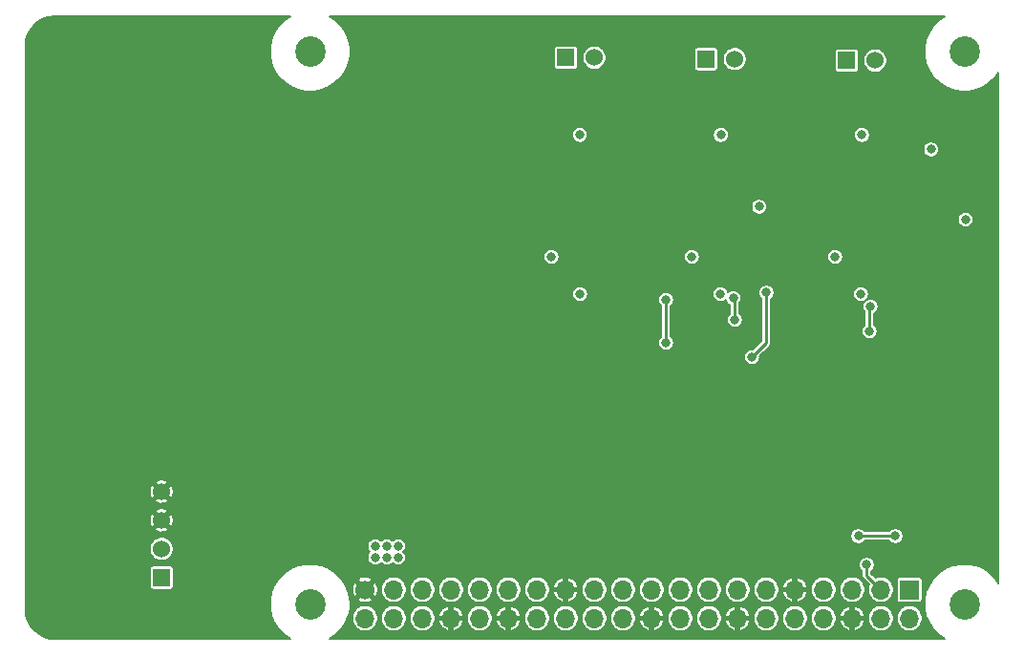
<source format=gbl>
G04 #@! TF.GenerationSoftware,KiCad,Pcbnew,5.1.6-c6e7f7d~87~ubuntu18.04.1*
G04 #@! TF.CreationDate,2021-04-28T11:05:25+02:00*
G04 #@! TF.ProjectId,MSS,4d53532e-6b69-4636-9164-5f7063625858,2.0*
G04 #@! TF.SameCoordinates,Original*
G04 #@! TF.FileFunction,Copper,L4,Bot*
G04 #@! TF.FilePolarity,Positive*
%FSLAX46Y46*%
G04 Gerber Fmt 4.6, Leading zero omitted, Abs format (unit mm)*
G04 Created by KiCad (PCBNEW 5.1.6-c6e7f7d~87~ubuntu18.04.1) date 2021-04-28 11:05:25*
%MOMM*%
%LPD*%
G01*
G04 APERTURE LIST*
G04 #@! TA.AperFunction,ComponentPad*
%ADD10C,1.524000*%
G04 #@! TD*
G04 #@! TA.AperFunction,ComponentPad*
%ADD11R,1.524000X1.524000*%
G04 #@! TD*
G04 #@! TA.AperFunction,SMDPad,CuDef*
%ADD12C,2.700000*%
G04 #@! TD*
G04 #@! TA.AperFunction,ComponentPad*
%ADD13C,1.700000*%
G04 #@! TD*
G04 #@! TA.AperFunction,ComponentPad*
%ADD14O,1.700000X1.700000*%
G04 #@! TD*
G04 #@! TA.AperFunction,ComponentPad*
%ADD15R,1.700000X1.700000*%
G04 #@! TD*
G04 #@! TA.AperFunction,ViaPad*
%ADD16C,0.800000*%
G04 #@! TD*
G04 #@! TA.AperFunction,Conductor*
%ADD17C,0.250000*%
G04 #@! TD*
G04 #@! TA.AperFunction,Conductor*
%ADD18C,0.200000*%
G04 #@! TD*
G04 APERTURE END LIST*
D10*
X90348000Y-102545000D03*
X90348000Y-105085000D03*
X90348000Y-107625000D03*
D11*
X90348000Y-110165000D03*
D10*
X153594000Y-64318000D03*
D11*
X151054000Y-64318000D03*
D10*
X141148000Y-64191000D03*
D11*
X138608000Y-64191000D03*
D10*
X128702000Y-64064000D03*
D11*
X126162000Y-64064000D03*
D12*
X161500000Y-112500000D03*
X103500000Y-112500000D03*
X161500000Y-63500000D03*
X103500000Y-63500000D03*
D13*
X108370000Y-111230000D03*
D14*
X108370000Y-113770000D03*
X110910000Y-111230000D03*
X110910000Y-113770000D03*
X113450000Y-111230000D03*
X113450000Y-113770000D03*
X115990000Y-111230000D03*
X115990000Y-113770000D03*
X118530000Y-111230000D03*
X118530000Y-113770000D03*
X121070000Y-111230000D03*
X121070000Y-113770000D03*
X123610000Y-111230000D03*
X123610000Y-113770000D03*
X126150000Y-111230000D03*
X126150000Y-113770000D03*
X128690000Y-111230000D03*
X128690000Y-113770000D03*
X131230000Y-111230000D03*
X131230000Y-113770000D03*
X133770000Y-111230000D03*
X133770000Y-113770000D03*
X136310000Y-111230000D03*
X136310000Y-113770000D03*
X138850000Y-111230000D03*
X138850000Y-113770000D03*
X141390000Y-111230000D03*
X141390000Y-113770000D03*
X143930000Y-111230000D03*
X143930000Y-113770000D03*
X146470000Y-111230000D03*
X146470000Y-113770000D03*
X149010000Y-111230000D03*
X149010000Y-113770000D03*
X151550000Y-111230000D03*
X151550000Y-113770000D03*
X154090000Y-111230000D03*
X154090000Y-113770000D03*
D15*
X156630000Y-111230000D03*
D14*
X156630000Y-113770000D03*
D16*
X129972000Y-76002000D03*
X142037000Y-76002000D03*
X154737000Y-76002000D03*
X124384000Y-83495000D03*
X136830000Y-83495000D03*
X149276000Y-83495000D03*
X162738000Y-72319000D03*
X97587000Y-69652000D03*
X97587000Y-73462000D03*
X97587000Y-76002000D03*
X97587000Y-79812000D03*
X97587000Y-82352000D03*
X97587000Y-86162000D03*
X97587000Y-88702000D03*
X97587000Y-92512000D03*
X114810010Y-107207127D03*
X107747000Y-102037000D03*
X162484000Y-95560000D03*
X160833000Y-106355000D03*
X162738000Y-74478000D03*
X152106990Y-106482000D03*
X155372000Y-106482000D03*
X109271000Y-107371000D03*
X110287000Y-107371000D03*
X111303000Y-107371000D03*
X111303000Y-108387000D03*
X110287000Y-108387000D03*
X109271000Y-108387000D03*
X153086000Y-88321000D03*
X153182542Y-86122223D03*
X141148000Y-87305000D03*
X141003105Y-85372181D03*
X152832000Y-109022000D03*
X143307000Y-77272000D03*
X127432000Y-85019000D03*
X139878000Y-85019000D03*
X152324000Y-85019000D03*
X124892000Y-81717000D03*
X137338000Y-81717000D03*
X150038000Y-81717000D03*
X161595000Y-78415000D03*
X135052000Y-85527000D03*
X135052000Y-89337010D03*
X143942000Y-84892000D03*
X142672000Y-90607000D03*
X139905000Y-70914000D03*
X152405000Y-70914000D03*
X127405000Y-70914000D03*
X158547000Y-72192000D03*
D17*
X110910000Y-111230000D02*
X110910000Y-110939000D01*
X152106990Y-106482000D02*
X155372000Y-106482000D01*
X153086000Y-86218765D02*
X153182542Y-86122223D01*
X153086000Y-88321000D02*
X153086000Y-86218765D01*
X141148000Y-87305000D02*
X141148000Y-85517076D01*
X141148000Y-85517076D02*
X141003105Y-85372181D01*
X152832000Y-109972000D02*
X152832000Y-109022000D01*
X154090000Y-111230000D02*
X152832000Y-109972000D01*
X135052000Y-85527000D02*
X135052000Y-89337010D01*
X143942000Y-84892000D02*
X143942000Y-89337000D01*
X143942000Y-89337000D02*
X142672000Y-90607000D01*
X118542000Y-111218000D02*
X118530000Y-111230000D01*
X121082000Y-111218000D02*
X121070000Y-111230000D01*
D18*
G36*
X101237007Y-60742535D02*
G01*
X100742535Y-61237007D01*
X100354031Y-61818444D01*
X100086424Y-62464503D01*
X99950000Y-63150356D01*
X99950000Y-63849644D01*
X100086424Y-64535497D01*
X100354031Y-65181556D01*
X100742535Y-65762993D01*
X101237007Y-66257465D01*
X101818444Y-66645969D01*
X102464503Y-66913576D01*
X103150356Y-67050000D01*
X103849644Y-67050000D01*
X104535497Y-66913576D01*
X105181556Y-66645969D01*
X105762993Y-66257465D01*
X106257465Y-65762993D01*
X106645969Y-65181556D01*
X106913576Y-64535497D01*
X107050000Y-63849644D01*
X107050000Y-63302000D01*
X125098549Y-63302000D01*
X125098549Y-64826000D01*
X125104341Y-64884810D01*
X125121496Y-64941360D01*
X125149353Y-64993477D01*
X125186842Y-65039158D01*
X125232523Y-65076647D01*
X125284640Y-65104504D01*
X125341190Y-65121659D01*
X125400000Y-65127451D01*
X126924000Y-65127451D01*
X126982810Y-65121659D01*
X127039360Y-65104504D01*
X127091477Y-65076647D01*
X127137158Y-65039158D01*
X127174647Y-64993477D01*
X127202504Y-64941360D01*
X127219659Y-64884810D01*
X127225451Y-64826000D01*
X127225451Y-63959402D01*
X127640000Y-63959402D01*
X127640000Y-64168598D01*
X127680812Y-64373774D01*
X127760867Y-64567046D01*
X127877090Y-64740986D01*
X128025014Y-64888910D01*
X128198954Y-65005133D01*
X128392226Y-65085188D01*
X128597402Y-65126000D01*
X128806598Y-65126000D01*
X129011774Y-65085188D01*
X129205046Y-65005133D01*
X129378986Y-64888910D01*
X129526910Y-64740986D01*
X129643133Y-64567046D01*
X129723188Y-64373774D01*
X129764000Y-64168598D01*
X129764000Y-63959402D01*
X129723188Y-63754226D01*
X129643133Y-63560954D01*
X129554965Y-63429000D01*
X137544549Y-63429000D01*
X137544549Y-64953000D01*
X137550341Y-65011810D01*
X137567496Y-65068360D01*
X137595353Y-65120477D01*
X137632842Y-65166158D01*
X137678523Y-65203647D01*
X137730640Y-65231504D01*
X137787190Y-65248659D01*
X137846000Y-65254451D01*
X139370000Y-65254451D01*
X139428810Y-65248659D01*
X139485360Y-65231504D01*
X139537477Y-65203647D01*
X139583158Y-65166158D01*
X139620647Y-65120477D01*
X139648504Y-65068360D01*
X139665659Y-65011810D01*
X139671451Y-64953000D01*
X139671451Y-64086402D01*
X140086000Y-64086402D01*
X140086000Y-64295598D01*
X140126812Y-64500774D01*
X140206867Y-64694046D01*
X140323090Y-64867986D01*
X140471014Y-65015910D01*
X140644954Y-65132133D01*
X140838226Y-65212188D01*
X141043402Y-65253000D01*
X141252598Y-65253000D01*
X141457774Y-65212188D01*
X141651046Y-65132133D01*
X141824986Y-65015910D01*
X141972910Y-64867986D01*
X142089133Y-64694046D01*
X142169188Y-64500774D01*
X142210000Y-64295598D01*
X142210000Y-64086402D01*
X142169188Y-63881226D01*
X142089133Y-63687954D01*
X142000965Y-63556000D01*
X149990549Y-63556000D01*
X149990549Y-65080000D01*
X149996341Y-65138810D01*
X150013496Y-65195360D01*
X150041353Y-65247477D01*
X150078842Y-65293158D01*
X150124523Y-65330647D01*
X150176640Y-65358504D01*
X150233190Y-65375659D01*
X150292000Y-65381451D01*
X151816000Y-65381451D01*
X151874810Y-65375659D01*
X151931360Y-65358504D01*
X151983477Y-65330647D01*
X152029158Y-65293158D01*
X152066647Y-65247477D01*
X152094504Y-65195360D01*
X152111659Y-65138810D01*
X152117451Y-65080000D01*
X152117451Y-64213402D01*
X152532000Y-64213402D01*
X152532000Y-64422598D01*
X152572812Y-64627774D01*
X152652867Y-64821046D01*
X152769090Y-64994986D01*
X152917014Y-65142910D01*
X153090954Y-65259133D01*
X153284226Y-65339188D01*
X153489402Y-65380000D01*
X153698598Y-65380000D01*
X153903774Y-65339188D01*
X154097046Y-65259133D01*
X154270986Y-65142910D01*
X154418910Y-64994986D01*
X154535133Y-64821046D01*
X154615188Y-64627774D01*
X154656000Y-64422598D01*
X154656000Y-64213402D01*
X154615188Y-64008226D01*
X154535133Y-63814954D01*
X154418910Y-63641014D01*
X154270986Y-63493090D01*
X154097046Y-63376867D01*
X153903774Y-63296812D01*
X153698598Y-63256000D01*
X153489402Y-63256000D01*
X153284226Y-63296812D01*
X153090954Y-63376867D01*
X152917014Y-63493090D01*
X152769090Y-63641014D01*
X152652867Y-63814954D01*
X152572812Y-64008226D01*
X152532000Y-64213402D01*
X152117451Y-64213402D01*
X152117451Y-63556000D01*
X152111659Y-63497190D01*
X152094504Y-63440640D01*
X152066647Y-63388523D01*
X152029158Y-63342842D01*
X151983477Y-63305353D01*
X151931360Y-63277496D01*
X151874810Y-63260341D01*
X151816000Y-63254549D01*
X150292000Y-63254549D01*
X150233190Y-63260341D01*
X150176640Y-63277496D01*
X150124523Y-63305353D01*
X150078842Y-63342842D01*
X150041353Y-63388523D01*
X150013496Y-63440640D01*
X149996341Y-63497190D01*
X149990549Y-63556000D01*
X142000965Y-63556000D01*
X141972910Y-63514014D01*
X141824986Y-63366090D01*
X141651046Y-63249867D01*
X141457774Y-63169812D01*
X141252598Y-63129000D01*
X141043402Y-63129000D01*
X140838226Y-63169812D01*
X140644954Y-63249867D01*
X140471014Y-63366090D01*
X140323090Y-63514014D01*
X140206867Y-63687954D01*
X140126812Y-63881226D01*
X140086000Y-64086402D01*
X139671451Y-64086402D01*
X139671451Y-63429000D01*
X139665659Y-63370190D01*
X139648504Y-63313640D01*
X139620647Y-63261523D01*
X139583158Y-63215842D01*
X139537477Y-63178353D01*
X139485360Y-63150496D01*
X139428810Y-63133341D01*
X139370000Y-63127549D01*
X137846000Y-63127549D01*
X137787190Y-63133341D01*
X137730640Y-63150496D01*
X137678523Y-63178353D01*
X137632842Y-63215842D01*
X137595353Y-63261523D01*
X137567496Y-63313640D01*
X137550341Y-63370190D01*
X137544549Y-63429000D01*
X129554965Y-63429000D01*
X129526910Y-63387014D01*
X129378986Y-63239090D01*
X129205046Y-63122867D01*
X129011774Y-63042812D01*
X128806598Y-63002000D01*
X128597402Y-63002000D01*
X128392226Y-63042812D01*
X128198954Y-63122867D01*
X128025014Y-63239090D01*
X127877090Y-63387014D01*
X127760867Y-63560954D01*
X127680812Y-63754226D01*
X127640000Y-63959402D01*
X127225451Y-63959402D01*
X127225451Y-63302000D01*
X127219659Y-63243190D01*
X127202504Y-63186640D01*
X127174647Y-63134523D01*
X127137158Y-63088842D01*
X127091477Y-63051353D01*
X127039360Y-63023496D01*
X126982810Y-63006341D01*
X126924000Y-63000549D01*
X125400000Y-63000549D01*
X125341190Y-63006341D01*
X125284640Y-63023496D01*
X125232523Y-63051353D01*
X125186842Y-63088842D01*
X125149353Y-63134523D01*
X125121496Y-63186640D01*
X125104341Y-63243190D01*
X125098549Y-63302000D01*
X107050000Y-63302000D01*
X107050000Y-63150356D01*
X106913576Y-62464503D01*
X106645969Y-61818444D01*
X106257465Y-61237007D01*
X105762993Y-60742535D01*
X105212938Y-60375000D01*
X159787062Y-60375000D01*
X159237007Y-60742535D01*
X158742535Y-61237007D01*
X158354031Y-61818444D01*
X158086424Y-62464503D01*
X157950000Y-63150356D01*
X157950000Y-63849644D01*
X158086424Y-64535497D01*
X158354031Y-65181556D01*
X158742535Y-65762993D01*
X159237007Y-66257465D01*
X159818444Y-66645969D01*
X160464503Y-66913576D01*
X161150356Y-67050000D01*
X161849644Y-67050000D01*
X162535497Y-66913576D01*
X163181556Y-66645969D01*
X163762993Y-66257465D01*
X164257465Y-65762993D01*
X164527000Y-65359606D01*
X164527001Y-110640396D01*
X164257465Y-110237007D01*
X163762993Y-109742535D01*
X163181556Y-109354031D01*
X162535497Y-109086424D01*
X161849644Y-108950000D01*
X161150356Y-108950000D01*
X160464503Y-109086424D01*
X159818444Y-109354031D01*
X159237007Y-109742535D01*
X158742535Y-110237007D01*
X158354031Y-110818444D01*
X158086424Y-111464503D01*
X157950000Y-112150356D01*
X157950000Y-112849644D01*
X158086424Y-113535497D01*
X158354031Y-114181556D01*
X158742535Y-114762993D01*
X159237007Y-115257465D01*
X159787062Y-115625000D01*
X105212938Y-115625000D01*
X105762993Y-115257465D01*
X106257465Y-114762993D01*
X106645969Y-114181556D01*
X106863357Y-113656735D01*
X107220000Y-113656735D01*
X107220000Y-113883265D01*
X107264194Y-114105443D01*
X107350884Y-114314729D01*
X107476737Y-114503082D01*
X107636918Y-114663263D01*
X107825271Y-114789116D01*
X108034557Y-114875806D01*
X108256735Y-114920000D01*
X108483265Y-114920000D01*
X108705443Y-114875806D01*
X108914729Y-114789116D01*
X109103082Y-114663263D01*
X109263263Y-114503082D01*
X109389116Y-114314729D01*
X109475806Y-114105443D01*
X109520000Y-113883265D01*
X109520000Y-113656735D01*
X109760000Y-113656735D01*
X109760000Y-113883265D01*
X109804194Y-114105443D01*
X109890884Y-114314729D01*
X110016737Y-114503082D01*
X110176918Y-114663263D01*
X110365271Y-114789116D01*
X110574557Y-114875806D01*
X110796735Y-114920000D01*
X111023265Y-114920000D01*
X111245443Y-114875806D01*
X111454729Y-114789116D01*
X111643082Y-114663263D01*
X111803263Y-114503082D01*
X111929116Y-114314729D01*
X112015806Y-114105443D01*
X112060000Y-113883265D01*
X112060000Y-113656735D01*
X112300000Y-113656735D01*
X112300000Y-113883265D01*
X112344194Y-114105443D01*
X112430884Y-114314729D01*
X112556737Y-114503082D01*
X112716918Y-114663263D01*
X112905271Y-114789116D01*
X113114557Y-114875806D01*
X113336735Y-114920000D01*
X113563265Y-114920000D01*
X113785443Y-114875806D01*
X113994729Y-114789116D01*
X114183082Y-114663263D01*
X114343263Y-114503082D01*
X114469116Y-114314729D01*
X114555806Y-114105443D01*
X114556812Y-114100385D01*
X114888472Y-114100385D01*
X114974092Y-114308934D01*
X115098753Y-114496772D01*
X115257664Y-114656681D01*
X115444719Y-114782515D01*
X115652728Y-114869439D01*
X115659617Y-114871520D01*
X115836000Y-114833912D01*
X115836000Y-113924000D01*
X116144000Y-113924000D01*
X116144000Y-114833912D01*
X116320383Y-114871520D01*
X116327272Y-114869439D01*
X116535281Y-114782515D01*
X116722336Y-114656681D01*
X116881247Y-114496772D01*
X117005908Y-114308934D01*
X117091528Y-114100385D01*
X117054650Y-113924000D01*
X116144000Y-113924000D01*
X115836000Y-113924000D01*
X114925350Y-113924000D01*
X114888472Y-114100385D01*
X114556812Y-114100385D01*
X114600000Y-113883265D01*
X114600000Y-113656735D01*
X117380000Y-113656735D01*
X117380000Y-113883265D01*
X117424194Y-114105443D01*
X117510884Y-114314729D01*
X117636737Y-114503082D01*
X117796918Y-114663263D01*
X117985271Y-114789116D01*
X118194557Y-114875806D01*
X118416735Y-114920000D01*
X118643265Y-114920000D01*
X118865443Y-114875806D01*
X119074729Y-114789116D01*
X119263082Y-114663263D01*
X119423263Y-114503082D01*
X119549116Y-114314729D01*
X119635806Y-114105443D01*
X119636812Y-114100385D01*
X119968472Y-114100385D01*
X120054092Y-114308934D01*
X120178753Y-114496772D01*
X120337664Y-114656681D01*
X120524719Y-114782515D01*
X120732728Y-114869439D01*
X120739617Y-114871520D01*
X120916000Y-114833912D01*
X120916000Y-113924000D01*
X121224000Y-113924000D01*
X121224000Y-114833912D01*
X121400383Y-114871520D01*
X121407272Y-114869439D01*
X121615281Y-114782515D01*
X121802336Y-114656681D01*
X121961247Y-114496772D01*
X122085908Y-114308934D01*
X122171528Y-114100385D01*
X122134650Y-113924000D01*
X121224000Y-113924000D01*
X120916000Y-113924000D01*
X120005350Y-113924000D01*
X119968472Y-114100385D01*
X119636812Y-114100385D01*
X119680000Y-113883265D01*
X119680000Y-113656735D01*
X122460000Y-113656735D01*
X122460000Y-113883265D01*
X122504194Y-114105443D01*
X122590884Y-114314729D01*
X122716737Y-114503082D01*
X122876918Y-114663263D01*
X123065271Y-114789116D01*
X123274557Y-114875806D01*
X123496735Y-114920000D01*
X123723265Y-114920000D01*
X123945443Y-114875806D01*
X124154729Y-114789116D01*
X124343082Y-114663263D01*
X124503263Y-114503082D01*
X124629116Y-114314729D01*
X124715806Y-114105443D01*
X124760000Y-113883265D01*
X124760000Y-113656735D01*
X125000000Y-113656735D01*
X125000000Y-113883265D01*
X125044194Y-114105443D01*
X125130884Y-114314729D01*
X125256737Y-114503082D01*
X125416918Y-114663263D01*
X125605271Y-114789116D01*
X125814557Y-114875806D01*
X126036735Y-114920000D01*
X126263265Y-114920000D01*
X126485443Y-114875806D01*
X126694729Y-114789116D01*
X126883082Y-114663263D01*
X127043263Y-114503082D01*
X127169116Y-114314729D01*
X127255806Y-114105443D01*
X127300000Y-113883265D01*
X127300000Y-113656735D01*
X127540000Y-113656735D01*
X127540000Y-113883265D01*
X127584194Y-114105443D01*
X127670884Y-114314729D01*
X127796737Y-114503082D01*
X127956918Y-114663263D01*
X128145271Y-114789116D01*
X128354557Y-114875806D01*
X128576735Y-114920000D01*
X128803265Y-114920000D01*
X129025443Y-114875806D01*
X129234729Y-114789116D01*
X129423082Y-114663263D01*
X129583263Y-114503082D01*
X129709116Y-114314729D01*
X129795806Y-114105443D01*
X129840000Y-113883265D01*
X129840000Y-113656735D01*
X130080000Y-113656735D01*
X130080000Y-113883265D01*
X130124194Y-114105443D01*
X130210884Y-114314729D01*
X130336737Y-114503082D01*
X130496918Y-114663263D01*
X130685271Y-114789116D01*
X130894557Y-114875806D01*
X131116735Y-114920000D01*
X131343265Y-114920000D01*
X131565443Y-114875806D01*
X131774729Y-114789116D01*
X131963082Y-114663263D01*
X132123263Y-114503082D01*
X132249116Y-114314729D01*
X132335806Y-114105443D01*
X132336812Y-114100385D01*
X132668472Y-114100385D01*
X132754092Y-114308934D01*
X132878753Y-114496772D01*
X133037664Y-114656681D01*
X133224719Y-114782515D01*
X133432728Y-114869439D01*
X133439617Y-114871520D01*
X133616000Y-114833912D01*
X133616000Y-113924000D01*
X133924000Y-113924000D01*
X133924000Y-114833912D01*
X134100383Y-114871520D01*
X134107272Y-114869439D01*
X134315281Y-114782515D01*
X134502336Y-114656681D01*
X134661247Y-114496772D01*
X134785908Y-114308934D01*
X134871528Y-114100385D01*
X134834650Y-113924000D01*
X133924000Y-113924000D01*
X133616000Y-113924000D01*
X132705350Y-113924000D01*
X132668472Y-114100385D01*
X132336812Y-114100385D01*
X132380000Y-113883265D01*
X132380000Y-113656735D01*
X135160000Y-113656735D01*
X135160000Y-113883265D01*
X135204194Y-114105443D01*
X135290884Y-114314729D01*
X135416737Y-114503082D01*
X135576918Y-114663263D01*
X135765271Y-114789116D01*
X135974557Y-114875806D01*
X136196735Y-114920000D01*
X136423265Y-114920000D01*
X136645443Y-114875806D01*
X136854729Y-114789116D01*
X137043082Y-114663263D01*
X137203263Y-114503082D01*
X137329116Y-114314729D01*
X137415806Y-114105443D01*
X137460000Y-113883265D01*
X137460000Y-113656735D01*
X137700000Y-113656735D01*
X137700000Y-113883265D01*
X137744194Y-114105443D01*
X137830884Y-114314729D01*
X137956737Y-114503082D01*
X138116918Y-114663263D01*
X138305271Y-114789116D01*
X138514557Y-114875806D01*
X138736735Y-114920000D01*
X138963265Y-114920000D01*
X139185443Y-114875806D01*
X139394729Y-114789116D01*
X139583082Y-114663263D01*
X139743263Y-114503082D01*
X139869116Y-114314729D01*
X139955806Y-114105443D01*
X139956812Y-114100385D01*
X140288472Y-114100385D01*
X140374092Y-114308934D01*
X140498753Y-114496772D01*
X140657664Y-114656681D01*
X140844719Y-114782515D01*
X141052728Y-114869439D01*
X141059617Y-114871520D01*
X141236000Y-114833912D01*
X141236000Y-113924000D01*
X141544000Y-113924000D01*
X141544000Y-114833912D01*
X141720383Y-114871520D01*
X141727272Y-114869439D01*
X141935281Y-114782515D01*
X142122336Y-114656681D01*
X142281247Y-114496772D01*
X142405908Y-114308934D01*
X142491528Y-114100385D01*
X142454650Y-113924000D01*
X141544000Y-113924000D01*
X141236000Y-113924000D01*
X140325350Y-113924000D01*
X140288472Y-114100385D01*
X139956812Y-114100385D01*
X140000000Y-113883265D01*
X140000000Y-113656735D01*
X142780000Y-113656735D01*
X142780000Y-113883265D01*
X142824194Y-114105443D01*
X142910884Y-114314729D01*
X143036737Y-114503082D01*
X143196918Y-114663263D01*
X143385271Y-114789116D01*
X143594557Y-114875806D01*
X143816735Y-114920000D01*
X144043265Y-114920000D01*
X144265443Y-114875806D01*
X144474729Y-114789116D01*
X144663082Y-114663263D01*
X144823263Y-114503082D01*
X144949116Y-114314729D01*
X145035806Y-114105443D01*
X145080000Y-113883265D01*
X145080000Y-113656735D01*
X145320000Y-113656735D01*
X145320000Y-113883265D01*
X145364194Y-114105443D01*
X145450884Y-114314729D01*
X145576737Y-114503082D01*
X145736918Y-114663263D01*
X145925271Y-114789116D01*
X146134557Y-114875806D01*
X146356735Y-114920000D01*
X146583265Y-114920000D01*
X146805443Y-114875806D01*
X147014729Y-114789116D01*
X147203082Y-114663263D01*
X147363263Y-114503082D01*
X147489116Y-114314729D01*
X147575806Y-114105443D01*
X147620000Y-113883265D01*
X147620000Y-113656735D01*
X147860000Y-113656735D01*
X147860000Y-113883265D01*
X147904194Y-114105443D01*
X147990884Y-114314729D01*
X148116737Y-114503082D01*
X148276918Y-114663263D01*
X148465271Y-114789116D01*
X148674557Y-114875806D01*
X148896735Y-114920000D01*
X149123265Y-114920000D01*
X149345443Y-114875806D01*
X149554729Y-114789116D01*
X149743082Y-114663263D01*
X149903263Y-114503082D01*
X150029116Y-114314729D01*
X150115806Y-114105443D01*
X150116812Y-114100385D01*
X150448472Y-114100385D01*
X150534092Y-114308934D01*
X150658753Y-114496772D01*
X150817664Y-114656681D01*
X151004719Y-114782515D01*
X151212728Y-114869439D01*
X151219617Y-114871520D01*
X151396000Y-114833912D01*
X151396000Y-113924000D01*
X151704000Y-113924000D01*
X151704000Y-114833912D01*
X151880383Y-114871520D01*
X151887272Y-114869439D01*
X152095281Y-114782515D01*
X152282336Y-114656681D01*
X152441247Y-114496772D01*
X152565908Y-114308934D01*
X152651528Y-114100385D01*
X152614650Y-113924000D01*
X151704000Y-113924000D01*
X151396000Y-113924000D01*
X150485350Y-113924000D01*
X150448472Y-114100385D01*
X150116812Y-114100385D01*
X150160000Y-113883265D01*
X150160000Y-113656735D01*
X152940000Y-113656735D01*
X152940000Y-113883265D01*
X152984194Y-114105443D01*
X153070884Y-114314729D01*
X153196737Y-114503082D01*
X153356918Y-114663263D01*
X153545271Y-114789116D01*
X153754557Y-114875806D01*
X153976735Y-114920000D01*
X154203265Y-114920000D01*
X154425443Y-114875806D01*
X154634729Y-114789116D01*
X154823082Y-114663263D01*
X154983263Y-114503082D01*
X155109116Y-114314729D01*
X155195806Y-114105443D01*
X155240000Y-113883265D01*
X155240000Y-113656735D01*
X155480000Y-113656735D01*
X155480000Y-113883265D01*
X155524194Y-114105443D01*
X155610884Y-114314729D01*
X155736737Y-114503082D01*
X155896918Y-114663263D01*
X156085271Y-114789116D01*
X156294557Y-114875806D01*
X156516735Y-114920000D01*
X156743265Y-114920000D01*
X156965443Y-114875806D01*
X157174729Y-114789116D01*
X157363082Y-114663263D01*
X157523263Y-114503082D01*
X157649116Y-114314729D01*
X157735806Y-114105443D01*
X157780000Y-113883265D01*
X157780000Y-113656735D01*
X157735806Y-113434557D01*
X157649116Y-113225271D01*
X157523263Y-113036918D01*
X157363082Y-112876737D01*
X157174729Y-112750884D01*
X156965443Y-112664194D01*
X156743265Y-112620000D01*
X156516735Y-112620000D01*
X156294557Y-112664194D01*
X156085271Y-112750884D01*
X155896918Y-112876737D01*
X155736737Y-113036918D01*
X155610884Y-113225271D01*
X155524194Y-113434557D01*
X155480000Y-113656735D01*
X155240000Y-113656735D01*
X155195806Y-113434557D01*
X155109116Y-113225271D01*
X154983263Y-113036918D01*
X154823082Y-112876737D01*
X154634729Y-112750884D01*
X154425443Y-112664194D01*
X154203265Y-112620000D01*
X153976735Y-112620000D01*
X153754557Y-112664194D01*
X153545271Y-112750884D01*
X153356918Y-112876737D01*
X153196737Y-113036918D01*
X153070884Y-113225271D01*
X152984194Y-113434557D01*
X152940000Y-113656735D01*
X150160000Y-113656735D01*
X150116813Y-113439615D01*
X150448472Y-113439615D01*
X150485350Y-113616000D01*
X151396000Y-113616000D01*
X151396000Y-112706088D01*
X151704000Y-112706088D01*
X151704000Y-113616000D01*
X152614650Y-113616000D01*
X152651528Y-113439615D01*
X152565908Y-113231066D01*
X152441247Y-113043228D01*
X152282336Y-112883319D01*
X152095281Y-112757485D01*
X151887272Y-112670561D01*
X151880383Y-112668480D01*
X151704000Y-112706088D01*
X151396000Y-112706088D01*
X151219617Y-112668480D01*
X151212728Y-112670561D01*
X151004719Y-112757485D01*
X150817664Y-112883319D01*
X150658753Y-113043228D01*
X150534092Y-113231066D01*
X150448472Y-113439615D01*
X150116813Y-113439615D01*
X150115806Y-113434557D01*
X150029116Y-113225271D01*
X149903263Y-113036918D01*
X149743082Y-112876737D01*
X149554729Y-112750884D01*
X149345443Y-112664194D01*
X149123265Y-112620000D01*
X148896735Y-112620000D01*
X148674557Y-112664194D01*
X148465271Y-112750884D01*
X148276918Y-112876737D01*
X148116737Y-113036918D01*
X147990884Y-113225271D01*
X147904194Y-113434557D01*
X147860000Y-113656735D01*
X147620000Y-113656735D01*
X147575806Y-113434557D01*
X147489116Y-113225271D01*
X147363263Y-113036918D01*
X147203082Y-112876737D01*
X147014729Y-112750884D01*
X146805443Y-112664194D01*
X146583265Y-112620000D01*
X146356735Y-112620000D01*
X146134557Y-112664194D01*
X145925271Y-112750884D01*
X145736918Y-112876737D01*
X145576737Y-113036918D01*
X145450884Y-113225271D01*
X145364194Y-113434557D01*
X145320000Y-113656735D01*
X145080000Y-113656735D01*
X145035806Y-113434557D01*
X144949116Y-113225271D01*
X144823263Y-113036918D01*
X144663082Y-112876737D01*
X144474729Y-112750884D01*
X144265443Y-112664194D01*
X144043265Y-112620000D01*
X143816735Y-112620000D01*
X143594557Y-112664194D01*
X143385271Y-112750884D01*
X143196918Y-112876737D01*
X143036737Y-113036918D01*
X142910884Y-113225271D01*
X142824194Y-113434557D01*
X142780000Y-113656735D01*
X140000000Y-113656735D01*
X139956813Y-113439615D01*
X140288472Y-113439615D01*
X140325350Y-113616000D01*
X141236000Y-113616000D01*
X141236000Y-112706088D01*
X141544000Y-112706088D01*
X141544000Y-113616000D01*
X142454650Y-113616000D01*
X142491528Y-113439615D01*
X142405908Y-113231066D01*
X142281247Y-113043228D01*
X142122336Y-112883319D01*
X141935281Y-112757485D01*
X141727272Y-112670561D01*
X141720383Y-112668480D01*
X141544000Y-112706088D01*
X141236000Y-112706088D01*
X141059617Y-112668480D01*
X141052728Y-112670561D01*
X140844719Y-112757485D01*
X140657664Y-112883319D01*
X140498753Y-113043228D01*
X140374092Y-113231066D01*
X140288472Y-113439615D01*
X139956813Y-113439615D01*
X139955806Y-113434557D01*
X139869116Y-113225271D01*
X139743263Y-113036918D01*
X139583082Y-112876737D01*
X139394729Y-112750884D01*
X139185443Y-112664194D01*
X138963265Y-112620000D01*
X138736735Y-112620000D01*
X138514557Y-112664194D01*
X138305271Y-112750884D01*
X138116918Y-112876737D01*
X137956737Y-113036918D01*
X137830884Y-113225271D01*
X137744194Y-113434557D01*
X137700000Y-113656735D01*
X137460000Y-113656735D01*
X137415806Y-113434557D01*
X137329116Y-113225271D01*
X137203263Y-113036918D01*
X137043082Y-112876737D01*
X136854729Y-112750884D01*
X136645443Y-112664194D01*
X136423265Y-112620000D01*
X136196735Y-112620000D01*
X135974557Y-112664194D01*
X135765271Y-112750884D01*
X135576918Y-112876737D01*
X135416737Y-113036918D01*
X135290884Y-113225271D01*
X135204194Y-113434557D01*
X135160000Y-113656735D01*
X132380000Y-113656735D01*
X132336813Y-113439615D01*
X132668472Y-113439615D01*
X132705350Y-113616000D01*
X133616000Y-113616000D01*
X133616000Y-112706088D01*
X133924000Y-112706088D01*
X133924000Y-113616000D01*
X134834650Y-113616000D01*
X134871528Y-113439615D01*
X134785908Y-113231066D01*
X134661247Y-113043228D01*
X134502336Y-112883319D01*
X134315281Y-112757485D01*
X134107272Y-112670561D01*
X134100383Y-112668480D01*
X133924000Y-112706088D01*
X133616000Y-112706088D01*
X133439617Y-112668480D01*
X133432728Y-112670561D01*
X133224719Y-112757485D01*
X133037664Y-112883319D01*
X132878753Y-113043228D01*
X132754092Y-113231066D01*
X132668472Y-113439615D01*
X132336813Y-113439615D01*
X132335806Y-113434557D01*
X132249116Y-113225271D01*
X132123263Y-113036918D01*
X131963082Y-112876737D01*
X131774729Y-112750884D01*
X131565443Y-112664194D01*
X131343265Y-112620000D01*
X131116735Y-112620000D01*
X130894557Y-112664194D01*
X130685271Y-112750884D01*
X130496918Y-112876737D01*
X130336737Y-113036918D01*
X130210884Y-113225271D01*
X130124194Y-113434557D01*
X130080000Y-113656735D01*
X129840000Y-113656735D01*
X129795806Y-113434557D01*
X129709116Y-113225271D01*
X129583263Y-113036918D01*
X129423082Y-112876737D01*
X129234729Y-112750884D01*
X129025443Y-112664194D01*
X128803265Y-112620000D01*
X128576735Y-112620000D01*
X128354557Y-112664194D01*
X128145271Y-112750884D01*
X127956918Y-112876737D01*
X127796737Y-113036918D01*
X127670884Y-113225271D01*
X127584194Y-113434557D01*
X127540000Y-113656735D01*
X127300000Y-113656735D01*
X127255806Y-113434557D01*
X127169116Y-113225271D01*
X127043263Y-113036918D01*
X126883082Y-112876737D01*
X126694729Y-112750884D01*
X126485443Y-112664194D01*
X126263265Y-112620000D01*
X126036735Y-112620000D01*
X125814557Y-112664194D01*
X125605271Y-112750884D01*
X125416918Y-112876737D01*
X125256737Y-113036918D01*
X125130884Y-113225271D01*
X125044194Y-113434557D01*
X125000000Y-113656735D01*
X124760000Y-113656735D01*
X124715806Y-113434557D01*
X124629116Y-113225271D01*
X124503263Y-113036918D01*
X124343082Y-112876737D01*
X124154729Y-112750884D01*
X123945443Y-112664194D01*
X123723265Y-112620000D01*
X123496735Y-112620000D01*
X123274557Y-112664194D01*
X123065271Y-112750884D01*
X122876918Y-112876737D01*
X122716737Y-113036918D01*
X122590884Y-113225271D01*
X122504194Y-113434557D01*
X122460000Y-113656735D01*
X119680000Y-113656735D01*
X119636813Y-113439615D01*
X119968472Y-113439615D01*
X120005350Y-113616000D01*
X120916000Y-113616000D01*
X120916000Y-112706088D01*
X121224000Y-112706088D01*
X121224000Y-113616000D01*
X122134650Y-113616000D01*
X122171528Y-113439615D01*
X122085908Y-113231066D01*
X121961247Y-113043228D01*
X121802336Y-112883319D01*
X121615281Y-112757485D01*
X121407272Y-112670561D01*
X121400383Y-112668480D01*
X121224000Y-112706088D01*
X120916000Y-112706088D01*
X120739617Y-112668480D01*
X120732728Y-112670561D01*
X120524719Y-112757485D01*
X120337664Y-112883319D01*
X120178753Y-113043228D01*
X120054092Y-113231066D01*
X119968472Y-113439615D01*
X119636813Y-113439615D01*
X119635806Y-113434557D01*
X119549116Y-113225271D01*
X119423263Y-113036918D01*
X119263082Y-112876737D01*
X119074729Y-112750884D01*
X118865443Y-112664194D01*
X118643265Y-112620000D01*
X118416735Y-112620000D01*
X118194557Y-112664194D01*
X117985271Y-112750884D01*
X117796918Y-112876737D01*
X117636737Y-113036918D01*
X117510884Y-113225271D01*
X117424194Y-113434557D01*
X117380000Y-113656735D01*
X114600000Y-113656735D01*
X114556813Y-113439615D01*
X114888472Y-113439615D01*
X114925350Y-113616000D01*
X115836000Y-113616000D01*
X115836000Y-112706088D01*
X116144000Y-112706088D01*
X116144000Y-113616000D01*
X117054650Y-113616000D01*
X117091528Y-113439615D01*
X117005908Y-113231066D01*
X116881247Y-113043228D01*
X116722336Y-112883319D01*
X116535281Y-112757485D01*
X116327272Y-112670561D01*
X116320383Y-112668480D01*
X116144000Y-112706088D01*
X115836000Y-112706088D01*
X115659617Y-112668480D01*
X115652728Y-112670561D01*
X115444719Y-112757485D01*
X115257664Y-112883319D01*
X115098753Y-113043228D01*
X114974092Y-113231066D01*
X114888472Y-113439615D01*
X114556813Y-113439615D01*
X114555806Y-113434557D01*
X114469116Y-113225271D01*
X114343263Y-113036918D01*
X114183082Y-112876737D01*
X113994729Y-112750884D01*
X113785443Y-112664194D01*
X113563265Y-112620000D01*
X113336735Y-112620000D01*
X113114557Y-112664194D01*
X112905271Y-112750884D01*
X112716918Y-112876737D01*
X112556737Y-113036918D01*
X112430884Y-113225271D01*
X112344194Y-113434557D01*
X112300000Y-113656735D01*
X112060000Y-113656735D01*
X112015806Y-113434557D01*
X111929116Y-113225271D01*
X111803263Y-113036918D01*
X111643082Y-112876737D01*
X111454729Y-112750884D01*
X111245443Y-112664194D01*
X111023265Y-112620000D01*
X110796735Y-112620000D01*
X110574557Y-112664194D01*
X110365271Y-112750884D01*
X110176918Y-112876737D01*
X110016737Y-113036918D01*
X109890884Y-113225271D01*
X109804194Y-113434557D01*
X109760000Y-113656735D01*
X109520000Y-113656735D01*
X109475806Y-113434557D01*
X109389116Y-113225271D01*
X109263263Y-113036918D01*
X109103082Y-112876737D01*
X108914729Y-112750884D01*
X108705443Y-112664194D01*
X108483265Y-112620000D01*
X108256735Y-112620000D01*
X108034557Y-112664194D01*
X107825271Y-112750884D01*
X107636918Y-112876737D01*
X107476737Y-113036918D01*
X107350884Y-113225271D01*
X107264194Y-113434557D01*
X107220000Y-113656735D01*
X106863357Y-113656735D01*
X106913576Y-113535497D01*
X107050000Y-112849644D01*
X107050000Y-112150356D01*
X107039023Y-112095169D01*
X107722620Y-112095169D01*
X107821424Y-112247051D01*
X108030382Y-112334530D01*
X108252391Y-112379563D01*
X108478920Y-112380419D01*
X108701263Y-112337065D01*
X108910875Y-112251166D01*
X108918576Y-112247051D01*
X109017380Y-112095169D01*
X108370000Y-111447789D01*
X107722620Y-112095169D01*
X107039023Y-112095169D01*
X106913576Y-111464503D01*
X106861558Y-111338920D01*
X107219581Y-111338920D01*
X107262935Y-111561263D01*
X107348834Y-111770875D01*
X107352949Y-111778576D01*
X107504831Y-111877380D01*
X108152211Y-111230000D01*
X108587789Y-111230000D01*
X109235169Y-111877380D01*
X109387051Y-111778576D01*
X109474530Y-111569618D01*
X109519563Y-111347609D01*
X109520419Y-111121080D01*
X109519572Y-111116735D01*
X109760000Y-111116735D01*
X109760000Y-111343265D01*
X109804194Y-111565443D01*
X109890884Y-111774729D01*
X110016737Y-111963082D01*
X110176918Y-112123263D01*
X110365271Y-112249116D01*
X110574557Y-112335806D01*
X110796735Y-112380000D01*
X111023265Y-112380000D01*
X111245443Y-112335806D01*
X111454729Y-112249116D01*
X111643082Y-112123263D01*
X111803263Y-111963082D01*
X111929116Y-111774729D01*
X112015806Y-111565443D01*
X112060000Y-111343265D01*
X112060000Y-111116735D01*
X112300000Y-111116735D01*
X112300000Y-111343265D01*
X112344194Y-111565443D01*
X112430884Y-111774729D01*
X112556737Y-111963082D01*
X112716918Y-112123263D01*
X112905271Y-112249116D01*
X113114557Y-112335806D01*
X113336735Y-112380000D01*
X113563265Y-112380000D01*
X113785443Y-112335806D01*
X113994729Y-112249116D01*
X114183082Y-112123263D01*
X114343263Y-111963082D01*
X114469116Y-111774729D01*
X114555806Y-111565443D01*
X114600000Y-111343265D01*
X114600000Y-111116735D01*
X114840000Y-111116735D01*
X114840000Y-111343265D01*
X114884194Y-111565443D01*
X114970884Y-111774729D01*
X115096737Y-111963082D01*
X115256918Y-112123263D01*
X115445271Y-112249116D01*
X115654557Y-112335806D01*
X115876735Y-112380000D01*
X116103265Y-112380000D01*
X116325443Y-112335806D01*
X116534729Y-112249116D01*
X116723082Y-112123263D01*
X116883263Y-111963082D01*
X117009116Y-111774729D01*
X117095806Y-111565443D01*
X117140000Y-111343265D01*
X117140000Y-111116735D01*
X117380000Y-111116735D01*
X117380000Y-111343265D01*
X117424194Y-111565443D01*
X117510884Y-111774729D01*
X117636737Y-111963082D01*
X117796918Y-112123263D01*
X117985271Y-112249116D01*
X118194557Y-112335806D01*
X118416735Y-112380000D01*
X118643265Y-112380000D01*
X118865443Y-112335806D01*
X119074729Y-112249116D01*
X119263082Y-112123263D01*
X119423263Y-111963082D01*
X119549116Y-111774729D01*
X119635806Y-111565443D01*
X119680000Y-111343265D01*
X119680000Y-111116735D01*
X119920000Y-111116735D01*
X119920000Y-111343265D01*
X119964194Y-111565443D01*
X120050884Y-111774729D01*
X120176737Y-111963082D01*
X120336918Y-112123263D01*
X120525271Y-112249116D01*
X120734557Y-112335806D01*
X120956735Y-112380000D01*
X121183265Y-112380000D01*
X121405443Y-112335806D01*
X121614729Y-112249116D01*
X121803082Y-112123263D01*
X121963263Y-111963082D01*
X122089116Y-111774729D01*
X122175806Y-111565443D01*
X122220000Y-111343265D01*
X122220000Y-111116735D01*
X122460000Y-111116735D01*
X122460000Y-111343265D01*
X122504194Y-111565443D01*
X122590884Y-111774729D01*
X122716737Y-111963082D01*
X122876918Y-112123263D01*
X123065271Y-112249116D01*
X123274557Y-112335806D01*
X123496735Y-112380000D01*
X123723265Y-112380000D01*
X123945443Y-112335806D01*
X124154729Y-112249116D01*
X124343082Y-112123263D01*
X124503263Y-111963082D01*
X124629116Y-111774729D01*
X124715806Y-111565443D01*
X124716812Y-111560385D01*
X125048472Y-111560385D01*
X125134092Y-111768934D01*
X125258753Y-111956772D01*
X125417664Y-112116681D01*
X125604719Y-112242515D01*
X125812728Y-112329439D01*
X125819617Y-112331520D01*
X125996000Y-112293912D01*
X125996000Y-111384000D01*
X126304000Y-111384000D01*
X126304000Y-112293912D01*
X126480383Y-112331520D01*
X126487272Y-112329439D01*
X126695281Y-112242515D01*
X126882336Y-112116681D01*
X127041247Y-111956772D01*
X127165908Y-111768934D01*
X127251528Y-111560385D01*
X127214650Y-111384000D01*
X126304000Y-111384000D01*
X125996000Y-111384000D01*
X125085350Y-111384000D01*
X125048472Y-111560385D01*
X124716812Y-111560385D01*
X124760000Y-111343265D01*
X124760000Y-111116735D01*
X127540000Y-111116735D01*
X127540000Y-111343265D01*
X127584194Y-111565443D01*
X127670884Y-111774729D01*
X127796737Y-111963082D01*
X127956918Y-112123263D01*
X128145271Y-112249116D01*
X128354557Y-112335806D01*
X128576735Y-112380000D01*
X128803265Y-112380000D01*
X129025443Y-112335806D01*
X129234729Y-112249116D01*
X129423082Y-112123263D01*
X129583263Y-111963082D01*
X129709116Y-111774729D01*
X129795806Y-111565443D01*
X129840000Y-111343265D01*
X129840000Y-111116735D01*
X130080000Y-111116735D01*
X130080000Y-111343265D01*
X130124194Y-111565443D01*
X130210884Y-111774729D01*
X130336737Y-111963082D01*
X130496918Y-112123263D01*
X130685271Y-112249116D01*
X130894557Y-112335806D01*
X131116735Y-112380000D01*
X131343265Y-112380000D01*
X131565443Y-112335806D01*
X131774729Y-112249116D01*
X131963082Y-112123263D01*
X132123263Y-111963082D01*
X132249116Y-111774729D01*
X132335806Y-111565443D01*
X132380000Y-111343265D01*
X132380000Y-111116735D01*
X132620000Y-111116735D01*
X132620000Y-111343265D01*
X132664194Y-111565443D01*
X132750884Y-111774729D01*
X132876737Y-111963082D01*
X133036918Y-112123263D01*
X133225271Y-112249116D01*
X133434557Y-112335806D01*
X133656735Y-112380000D01*
X133883265Y-112380000D01*
X134105443Y-112335806D01*
X134314729Y-112249116D01*
X134503082Y-112123263D01*
X134663263Y-111963082D01*
X134789116Y-111774729D01*
X134875806Y-111565443D01*
X134920000Y-111343265D01*
X134920000Y-111116735D01*
X135160000Y-111116735D01*
X135160000Y-111343265D01*
X135204194Y-111565443D01*
X135290884Y-111774729D01*
X135416737Y-111963082D01*
X135576918Y-112123263D01*
X135765271Y-112249116D01*
X135974557Y-112335806D01*
X136196735Y-112380000D01*
X136423265Y-112380000D01*
X136645443Y-112335806D01*
X136854729Y-112249116D01*
X137043082Y-112123263D01*
X137203263Y-111963082D01*
X137329116Y-111774729D01*
X137415806Y-111565443D01*
X137460000Y-111343265D01*
X137460000Y-111116735D01*
X137700000Y-111116735D01*
X137700000Y-111343265D01*
X137744194Y-111565443D01*
X137830884Y-111774729D01*
X137956737Y-111963082D01*
X138116918Y-112123263D01*
X138305271Y-112249116D01*
X138514557Y-112335806D01*
X138736735Y-112380000D01*
X138963265Y-112380000D01*
X139185443Y-112335806D01*
X139394729Y-112249116D01*
X139583082Y-112123263D01*
X139743263Y-111963082D01*
X139869116Y-111774729D01*
X139955806Y-111565443D01*
X140000000Y-111343265D01*
X140000000Y-111116735D01*
X140240000Y-111116735D01*
X140240000Y-111343265D01*
X140284194Y-111565443D01*
X140370884Y-111774729D01*
X140496737Y-111963082D01*
X140656918Y-112123263D01*
X140845271Y-112249116D01*
X141054557Y-112335806D01*
X141276735Y-112380000D01*
X141503265Y-112380000D01*
X141725443Y-112335806D01*
X141934729Y-112249116D01*
X142123082Y-112123263D01*
X142283263Y-111963082D01*
X142409116Y-111774729D01*
X142495806Y-111565443D01*
X142540000Y-111343265D01*
X142540000Y-111116735D01*
X142780000Y-111116735D01*
X142780000Y-111343265D01*
X142824194Y-111565443D01*
X142910884Y-111774729D01*
X143036737Y-111963082D01*
X143196918Y-112123263D01*
X143385271Y-112249116D01*
X143594557Y-112335806D01*
X143816735Y-112380000D01*
X144043265Y-112380000D01*
X144265443Y-112335806D01*
X144474729Y-112249116D01*
X144663082Y-112123263D01*
X144823263Y-111963082D01*
X144949116Y-111774729D01*
X145035806Y-111565443D01*
X145036812Y-111560385D01*
X145368472Y-111560385D01*
X145454092Y-111768934D01*
X145578753Y-111956772D01*
X145737664Y-112116681D01*
X145924719Y-112242515D01*
X146132728Y-112329439D01*
X146139617Y-112331520D01*
X146316000Y-112293912D01*
X146316000Y-111384000D01*
X146624000Y-111384000D01*
X146624000Y-112293912D01*
X146800383Y-112331520D01*
X146807272Y-112329439D01*
X147015281Y-112242515D01*
X147202336Y-112116681D01*
X147361247Y-111956772D01*
X147485908Y-111768934D01*
X147571528Y-111560385D01*
X147534650Y-111384000D01*
X146624000Y-111384000D01*
X146316000Y-111384000D01*
X145405350Y-111384000D01*
X145368472Y-111560385D01*
X145036812Y-111560385D01*
X145080000Y-111343265D01*
X145080000Y-111116735D01*
X147860000Y-111116735D01*
X147860000Y-111343265D01*
X147904194Y-111565443D01*
X147990884Y-111774729D01*
X148116737Y-111963082D01*
X148276918Y-112123263D01*
X148465271Y-112249116D01*
X148674557Y-112335806D01*
X148896735Y-112380000D01*
X149123265Y-112380000D01*
X149345443Y-112335806D01*
X149554729Y-112249116D01*
X149743082Y-112123263D01*
X149903263Y-111963082D01*
X150029116Y-111774729D01*
X150115806Y-111565443D01*
X150160000Y-111343265D01*
X150160000Y-111116735D01*
X150400000Y-111116735D01*
X150400000Y-111343265D01*
X150444194Y-111565443D01*
X150530884Y-111774729D01*
X150656737Y-111963082D01*
X150816918Y-112123263D01*
X151005271Y-112249116D01*
X151214557Y-112335806D01*
X151436735Y-112380000D01*
X151663265Y-112380000D01*
X151885443Y-112335806D01*
X152094729Y-112249116D01*
X152283082Y-112123263D01*
X152443263Y-111963082D01*
X152569116Y-111774729D01*
X152655806Y-111565443D01*
X152700000Y-111343265D01*
X152700000Y-111116735D01*
X152655806Y-110894557D01*
X152569116Y-110685271D01*
X152443263Y-110496918D01*
X152283082Y-110336737D01*
X152094729Y-110210884D01*
X151885443Y-110124194D01*
X151663265Y-110080000D01*
X151436735Y-110080000D01*
X151214557Y-110124194D01*
X151005271Y-110210884D01*
X150816918Y-110336737D01*
X150656737Y-110496918D01*
X150530884Y-110685271D01*
X150444194Y-110894557D01*
X150400000Y-111116735D01*
X150160000Y-111116735D01*
X150115806Y-110894557D01*
X150029116Y-110685271D01*
X149903263Y-110496918D01*
X149743082Y-110336737D01*
X149554729Y-110210884D01*
X149345443Y-110124194D01*
X149123265Y-110080000D01*
X148896735Y-110080000D01*
X148674557Y-110124194D01*
X148465271Y-110210884D01*
X148276918Y-110336737D01*
X148116737Y-110496918D01*
X147990884Y-110685271D01*
X147904194Y-110894557D01*
X147860000Y-111116735D01*
X145080000Y-111116735D01*
X145036813Y-110899615D01*
X145368472Y-110899615D01*
X145405350Y-111076000D01*
X146316000Y-111076000D01*
X146316000Y-110166088D01*
X146624000Y-110166088D01*
X146624000Y-111076000D01*
X147534650Y-111076000D01*
X147571528Y-110899615D01*
X147485908Y-110691066D01*
X147361247Y-110503228D01*
X147202336Y-110343319D01*
X147015281Y-110217485D01*
X146807272Y-110130561D01*
X146800383Y-110128480D01*
X146624000Y-110166088D01*
X146316000Y-110166088D01*
X146139617Y-110128480D01*
X146132728Y-110130561D01*
X145924719Y-110217485D01*
X145737664Y-110343319D01*
X145578753Y-110503228D01*
X145454092Y-110691066D01*
X145368472Y-110899615D01*
X145036813Y-110899615D01*
X145035806Y-110894557D01*
X144949116Y-110685271D01*
X144823263Y-110496918D01*
X144663082Y-110336737D01*
X144474729Y-110210884D01*
X144265443Y-110124194D01*
X144043265Y-110080000D01*
X143816735Y-110080000D01*
X143594557Y-110124194D01*
X143385271Y-110210884D01*
X143196918Y-110336737D01*
X143036737Y-110496918D01*
X142910884Y-110685271D01*
X142824194Y-110894557D01*
X142780000Y-111116735D01*
X142540000Y-111116735D01*
X142495806Y-110894557D01*
X142409116Y-110685271D01*
X142283263Y-110496918D01*
X142123082Y-110336737D01*
X141934729Y-110210884D01*
X141725443Y-110124194D01*
X141503265Y-110080000D01*
X141276735Y-110080000D01*
X141054557Y-110124194D01*
X140845271Y-110210884D01*
X140656918Y-110336737D01*
X140496737Y-110496918D01*
X140370884Y-110685271D01*
X140284194Y-110894557D01*
X140240000Y-111116735D01*
X140000000Y-111116735D01*
X139955806Y-110894557D01*
X139869116Y-110685271D01*
X139743263Y-110496918D01*
X139583082Y-110336737D01*
X139394729Y-110210884D01*
X139185443Y-110124194D01*
X138963265Y-110080000D01*
X138736735Y-110080000D01*
X138514557Y-110124194D01*
X138305271Y-110210884D01*
X138116918Y-110336737D01*
X137956737Y-110496918D01*
X137830884Y-110685271D01*
X137744194Y-110894557D01*
X137700000Y-111116735D01*
X137460000Y-111116735D01*
X137415806Y-110894557D01*
X137329116Y-110685271D01*
X137203263Y-110496918D01*
X137043082Y-110336737D01*
X136854729Y-110210884D01*
X136645443Y-110124194D01*
X136423265Y-110080000D01*
X136196735Y-110080000D01*
X135974557Y-110124194D01*
X135765271Y-110210884D01*
X135576918Y-110336737D01*
X135416737Y-110496918D01*
X135290884Y-110685271D01*
X135204194Y-110894557D01*
X135160000Y-111116735D01*
X134920000Y-111116735D01*
X134875806Y-110894557D01*
X134789116Y-110685271D01*
X134663263Y-110496918D01*
X134503082Y-110336737D01*
X134314729Y-110210884D01*
X134105443Y-110124194D01*
X133883265Y-110080000D01*
X133656735Y-110080000D01*
X133434557Y-110124194D01*
X133225271Y-110210884D01*
X133036918Y-110336737D01*
X132876737Y-110496918D01*
X132750884Y-110685271D01*
X132664194Y-110894557D01*
X132620000Y-111116735D01*
X132380000Y-111116735D01*
X132335806Y-110894557D01*
X132249116Y-110685271D01*
X132123263Y-110496918D01*
X131963082Y-110336737D01*
X131774729Y-110210884D01*
X131565443Y-110124194D01*
X131343265Y-110080000D01*
X131116735Y-110080000D01*
X130894557Y-110124194D01*
X130685271Y-110210884D01*
X130496918Y-110336737D01*
X130336737Y-110496918D01*
X130210884Y-110685271D01*
X130124194Y-110894557D01*
X130080000Y-111116735D01*
X129840000Y-111116735D01*
X129795806Y-110894557D01*
X129709116Y-110685271D01*
X129583263Y-110496918D01*
X129423082Y-110336737D01*
X129234729Y-110210884D01*
X129025443Y-110124194D01*
X128803265Y-110080000D01*
X128576735Y-110080000D01*
X128354557Y-110124194D01*
X128145271Y-110210884D01*
X127956918Y-110336737D01*
X127796737Y-110496918D01*
X127670884Y-110685271D01*
X127584194Y-110894557D01*
X127540000Y-111116735D01*
X124760000Y-111116735D01*
X124716813Y-110899615D01*
X125048472Y-110899615D01*
X125085350Y-111076000D01*
X125996000Y-111076000D01*
X125996000Y-110166088D01*
X126304000Y-110166088D01*
X126304000Y-111076000D01*
X127214650Y-111076000D01*
X127251528Y-110899615D01*
X127165908Y-110691066D01*
X127041247Y-110503228D01*
X126882336Y-110343319D01*
X126695281Y-110217485D01*
X126487272Y-110130561D01*
X126480383Y-110128480D01*
X126304000Y-110166088D01*
X125996000Y-110166088D01*
X125819617Y-110128480D01*
X125812728Y-110130561D01*
X125604719Y-110217485D01*
X125417664Y-110343319D01*
X125258753Y-110503228D01*
X125134092Y-110691066D01*
X125048472Y-110899615D01*
X124716813Y-110899615D01*
X124715806Y-110894557D01*
X124629116Y-110685271D01*
X124503263Y-110496918D01*
X124343082Y-110336737D01*
X124154729Y-110210884D01*
X123945443Y-110124194D01*
X123723265Y-110080000D01*
X123496735Y-110080000D01*
X123274557Y-110124194D01*
X123065271Y-110210884D01*
X122876918Y-110336737D01*
X122716737Y-110496918D01*
X122590884Y-110685271D01*
X122504194Y-110894557D01*
X122460000Y-111116735D01*
X122220000Y-111116735D01*
X122175806Y-110894557D01*
X122089116Y-110685271D01*
X121963263Y-110496918D01*
X121803082Y-110336737D01*
X121614729Y-110210884D01*
X121405443Y-110124194D01*
X121183265Y-110080000D01*
X120956735Y-110080000D01*
X120734557Y-110124194D01*
X120525271Y-110210884D01*
X120336918Y-110336737D01*
X120176737Y-110496918D01*
X120050884Y-110685271D01*
X119964194Y-110894557D01*
X119920000Y-111116735D01*
X119680000Y-111116735D01*
X119635806Y-110894557D01*
X119549116Y-110685271D01*
X119423263Y-110496918D01*
X119263082Y-110336737D01*
X119074729Y-110210884D01*
X118865443Y-110124194D01*
X118643265Y-110080000D01*
X118416735Y-110080000D01*
X118194557Y-110124194D01*
X117985271Y-110210884D01*
X117796918Y-110336737D01*
X117636737Y-110496918D01*
X117510884Y-110685271D01*
X117424194Y-110894557D01*
X117380000Y-111116735D01*
X117140000Y-111116735D01*
X117095806Y-110894557D01*
X117009116Y-110685271D01*
X116883263Y-110496918D01*
X116723082Y-110336737D01*
X116534729Y-110210884D01*
X116325443Y-110124194D01*
X116103265Y-110080000D01*
X115876735Y-110080000D01*
X115654557Y-110124194D01*
X115445271Y-110210884D01*
X115256918Y-110336737D01*
X115096737Y-110496918D01*
X114970884Y-110685271D01*
X114884194Y-110894557D01*
X114840000Y-111116735D01*
X114600000Y-111116735D01*
X114555806Y-110894557D01*
X114469116Y-110685271D01*
X114343263Y-110496918D01*
X114183082Y-110336737D01*
X113994729Y-110210884D01*
X113785443Y-110124194D01*
X113563265Y-110080000D01*
X113336735Y-110080000D01*
X113114557Y-110124194D01*
X112905271Y-110210884D01*
X112716918Y-110336737D01*
X112556737Y-110496918D01*
X112430884Y-110685271D01*
X112344194Y-110894557D01*
X112300000Y-111116735D01*
X112060000Y-111116735D01*
X112015806Y-110894557D01*
X111929116Y-110685271D01*
X111803263Y-110496918D01*
X111643082Y-110336737D01*
X111454729Y-110210884D01*
X111245443Y-110124194D01*
X111023265Y-110080000D01*
X110796735Y-110080000D01*
X110574557Y-110124194D01*
X110365271Y-110210884D01*
X110176918Y-110336737D01*
X110016737Y-110496918D01*
X109890884Y-110685271D01*
X109804194Y-110894557D01*
X109760000Y-111116735D01*
X109519572Y-111116735D01*
X109477065Y-110898737D01*
X109391166Y-110689125D01*
X109387051Y-110681424D01*
X109235169Y-110582620D01*
X108587789Y-111230000D01*
X108152211Y-111230000D01*
X107504831Y-110582620D01*
X107352949Y-110681424D01*
X107265470Y-110890382D01*
X107220437Y-111112391D01*
X107219581Y-111338920D01*
X106861558Y-111338920D01*
X106645969Y-110818444D01*
X106342875Y-110364831D01*
X107722620Y-110364831D01*
X108370000Y-111012211D01*
X109017380Y-110364831D01*
X108918576Y-110212949D01*
X108709618Y-110125470D01*
X108487609Y-110080437D01*
X108261080Y-110079581D01*
X108038737Y-110122935D01*
X107829125Y-110208834D01*
X107821424Y-110212949D01*
X107722620Y-110364831D01*
X106342875Y-110364831D01*
X106257465Y-110237007D01*
X105762993Y-109742535D01*
X105181556Y-109354031D01*
X104535497Y-109086424D01*
X103849644Y-108950000D01*
X103150356Y-108950000D01*
X102464503Y-109086424D01*
X101818444Y-109354031D01*
X101237007Y-109742535D01*
X100742535Y-110237007D01*
X100354031Y-110818444D01*
X100086424Y-111464503D01*
X99950000Y-112150356D01*
X99950000Y-112849644D01*
X100086424Y-113535497D01*
X100354031Y-114181556D01*
X100742535Y-114762993D01*
X101237007Y-115257465D01*
X101787062Y-115625000D01*
X80920337Y-115625000D01*
X80392486Y-115573243D01*
X79902374Y-115425270D01*
X79450339Y-115184918D01*
X79053601Y-114861346D01*
X78727267Y-114466877D01*
X78483767Y-114016532D01*
X78332377Y-113527470D01*
X78277005Y-113000640D01*
X78277000Y-112999267D01*
X78277000Y-109403000D01*
X89284549Y-109403000D01*
X89284549Y-110927000D01*
X89290341Y-110985810D01*
X89307496Y-111042360D01*
X89335353Y-111094477D01*
X89372842Y-111140158D01*
X89418523Y-111177647D01*
X89470640Y-111205504D01*
X89527190Y-111222659D01*
X89586000Y-111228451D01*
X91110000Y-111228451D01*
X91168810Y-111222659D01*
X91225360Y-111205504D01*
X91277477Y-111177647D01*
X91323158Y-111140158D01*
X91360647Y-111094477D01*
X91388504Y-111042360D01*
X91405659Y-110985810D01*
X91411451Y-110927000D01*
X91411451Y-109403000D01*
X91405659Y-109344190D01*
X91388504Y-109287640D01*
X91360647Y-109235523D01*
X91323158Y-109189842D01*
X91277477Y-109152353D01*
X91225360Y-109124496D01*
X91168810Y-109107341D01*
X91110000Y-109101549D01*
X89586000Y-109101549D01*
X89527190Y-109107341D01*
X89470640Y-109124496D01*
X89418523Y-109152353D01*
X89372842Y-109189842D01*
X89335353Y-109235523D01*
X89307496Y-109287640D01*
X89290341Y-109344190D01*
X89284549Y-109403000D01*
X78277000Y-109403000D01*
X78277000Y-107520402D01*
X89286000Y-107520402D01*
X89286000Y-107729598D01*
X89326812Y-107934774D01*
X89406867Y-108128046D01*
X89523090Y-108301986D01*
X89671014Y-108449910D01*
X89844954Y-108566133D01*
X90038226Y-108646188D01*
X90243402Y-108687000D01*
X90452598Y-108687000D01*
X90657774Y-108646188D01*
X90851046Y-108566133D01*
X91024986Y-108449910D01*
X91172910Y-108301986D01*
X91289133Y-108128046D01*
X91369188Y-107934774D01*
X91410000Y-107729598D01*
X91410000Y-107520402D01*
X91369188Y-107315226D01*
X91363733Y-107302056D01*
X108571000Y-107302056D01*
X108571000Y-107439944D01*
X108597901Y-107575182D01*
X108650668Y-107702574D01*
X108727274Y-107817224D01*
X108789050Y-107879000D01*
X108727274Y-107940776D01*
X108650668Y-108055426D01*
X108597901Y-108182818D01*
X108571000Y-108318056D01*
X108571000Y-108455944D01*
X108597901Y-108591182D01*
X108650668Y-108718574D01*
X108727274Y-108833224D01*
X108824776Y-108930726D01*
X108939426Y-109007332D01*
X109066818Y-109060099D01*
X109202056Y-109087000D01*
X109339944Y-109087000D01*
X109475182Y-109060099D01*
X109602574Y-109007332D01*
X109717224Y-108930726D01*
X109779000Y-108868950D01*
X109840776Y-108930726D01*
X109955426Y-109007332D01*
X110082818Y-109060099D01*
X110218056Y-109087000D01*
X110355944Y-109087000D01*
X110491182Y-109060099D01*
X110618574Y-109007332D01*
X110733224Y-108930726D01*
X110795000Y-108868950D01*
X110856776Y-108930726D01*
X110971426Y-109007332D01*
X111098818Y-109060099D01*
X111234056Y-109087000D01*
X111371944Y-109087000D01*
X111507182Y-109060099D01*
X111634574Y-109007332D01*
X111715804Y-108953056D01*
X152132000Y-108953056D01*
X152132000Y-109090944D01*
X152158901Y-109226182D01*
X152211668Y-109353574D01*
X152288274Y-109468224D01*
X152385776Y-109565726D01*
X152407000Y-109579908D01*
X152407000Y-109951133D01*
X152404945Y-109972000D01*
X152407000Y-109992867D01*
X152407000Y-109992873D01*
X152413150Y-110055313D01*
X152437452Y-110135426D01*
X152476916Y-110209259D01*
X152530026Y-110273974D01*
X152546244Y-110287284D01*
X153033788Y-110774828D01*
X152984194Y-110894557D01*
X152940000Y-111116735D01*
X152940000Y-111343265D01*
X152984194Y-111565443D01*
X153070884Y-111774729D01*
X153196737Y-111963082D01*
X153356918Y-112123263D01*
X153545271Y-112249116D01*
X153754557Y-112335806D01*
X153976735Y-112380000D01*
X154203265Y-112380000D01*
X154425443Y-112335806D01*
X154634729Y-112249116D01*
X154823082Y-112123263D01*
X154983263Y-111963082D01*
X155109116Y-111774729D01*
X155195806Y-111565443D01*
X155240000Y-111343265D01*
X155240000Y-111116735D01*
X155195806Y-110894557D01*
X155109116Y-110685271D01*
X154983263Y-110496918D01*
X154866345Y-110380000D01*
X155478549Y-110380000D01*
X155478549Y-112080000D01*
X155484341Y-112138810D01*
X155501496Y-112195360D01*
X155529353Y-112247477D01*
X155566842Y-112293158D01*
X155612523Y-112330647D01*
X155664640Y-112358504D01*
X155721190Y-112375659D01*
X155780000Y-112381451D01*
X157480000Y-112381451D01*
X157538810Y-112375659D01*
X157595360Y-112358504D01*
X157647477Y-112330647D01*
X157693158Y-112293158D01*
X157730647Y-112247477D01*
X157758504Y-112195360D01*
X157775659Y-112138810D01*
X157781451Y-112080000D01*
X157781451Y-110380000D01*
X157775659Y-110321190D01*
X157758504Y-110264640D01*
X157730647Y-110212523D01*
X157693158Y-110166842D01*
X157647477Y-110129353D01*
X157595360Y-110101496D01*
X157538810Y-110084341D01*
X157480000Y-110078549D01*
X155780000Y-110078549D01*
X155721190Y-110084341D01*
X155664640Y-110101496D01*
X155612523Y-110129353D01*
X155566842Y-110166842D01*
X155529353Y-110212523D01*
X155501496Y-110264640D01*
X155484341Y-110321190D01*
X155478549Y-110380000D01*
X154866345Y-110380000D01*
X154823082Y-110336737D01*
X154634729Y-110210884D01*
X154425443Y-110124194D01*
X154203265Y-110080000D01*
X153976735Y-110080000D01*
X153754557Y-110124194D01*
X153634828Y-110173788D01*
X153257000Y-109795960D01*
X153257000Y-109579907D01*
X153278224Y-109565726D01*
X153375726Y-109468224D01*
X153452332Y-109353574D01*
X153505099Y-109226182D01*
X153532000Y-109090944D01*
X153532000Y-108953056D01*
X153505099Y-108817818D01*
X153452332Y-108690426D01*
X153375726Y-108575776D01*
X153278224Y-108478274D01*
X153163574Y-108401668D01*
X153036182Y-108348901D01*
X152900944Y-108322000D01*
X152763056Y-108322000D01*
X152627818Y-108348901D01*
X152500426Y-108401668D01*
X152385776Y-108478274D01*
X152288274Y-108575776D01*
X152211668Y-108690426D01*
X152158901Y-108817818D01*
X152132000Y-108953056D01*
X111715804Y-108953056D01*
X111749224Y-108930726D01*
X111846726Y-108833224D01*
X111923332Y-108718574D01*
X111976099Y-108591182D01*
X112003000Y-108455944D01*
X112003000Y-108318056D01*
X111976099Y-108182818D01*
X111923332Y-108055426D01*
X111846726Y-107940776D01*
X111784950Y-107879000D01*
X111846726Y-107817224D01*
X111923332Y-107702574D01*
X111976099Y-107575182D01*
X112003000Y-107439944D01*
X112003000Y-107302056D01*
X111976099Y-107166818D01*
X111923332Y-107039426D01*
X111846726Y-106924776D01*
X111749224Y-106827274D01*
X111634574Y-106750668D01*
X111507182Y-106697901D01*
X111371944Y-106671000D01*
X111234056Y-106671000D01*
X111098818Y-106697901D01*
X110971426Y-106750668D01*
X110856776Y-106827274D01*
X110795000Y-106889050D01*
X110733224Y-106827274D01*
X110618574Y-106750668D01*
X110491182Y-106697901D01*
X110355944Y-106671000D01*
X110218056Y-106671000D01*
X110082818Y-106697901D01*
X109955426Y-106750668D01*
X109840776Y-106827274D01*
X109779000Y-106889050D01*
X109717224Y-106827274D01*
X109602574Y-106750668D01*
X109475182Y-106697901D01*
X109339944Y-106671000D01*
X109202056Y-106671000D01*
X109066818Y-106697901D01*
X108939426Y-106750668D01*
X108824776Y-106827274D01*
X108727274Y-106924776D01*
X108650668Y-107039426D01*
X108597901Y-107166818D01*
X108571000Y-107302056D01*
X91363733Y-107302056D01*
X91289133Y-107121954D01*
X91172910Y-106948014D01*
X91024986Y-106800090D01*
X90851046Y-106683867D01*
X90657774Y-106603812D01*
X90452598Y-106563000D01*
X90243402Y-106563000D01*
X90038226Y-106603812D01*
X89844954Y-106683867D01*
X89671014Y-106800090D01*
X89523090Y-106948014D01*
X89406867Y-107121954D01*
X89326812Y-107315226D01*
X89286000Y-107520402D01*
X78277000Y-107520402D01*
X78277000Y-106413056D01*
X151406990Y-106413056D01*
X151406990Y-106550944D01*
X151433891Y-106686182D01*
X151486658Y-106813574D01*
X151563264Y-106928224D01*
X151660766Y-107025726D01*
X151775416Y-107102332D01*
X151902808Y-107155099D01*
X152038046Y-107182000D01*
X152175934Y-107182000D01*
X152311172Y-107155099D01*
X152438564Y-107102332D01*
X152553214Y-107025726D01*
X152650716Y-106928224D01*
X152664897Y-106907000D01*
X154814093Y-106907000D01*
X154828274Y-106928224D01*
X154925776Y-107025726D01*
X155040426Y-107102332D01*
X155167818Y-107155099D01*
X155303056Y-107182000D01*
X155440944Y-107182000D01*
X155576182Y-107155099D01*
X155703574Y-107102332D01*
X155818224Y-107025726D01*
X155915726Y-106928224D01*
X155992332Y-106813574D01*
X156045099Y-106686182D01*
X156072000Y-106550944D01*
X156072000Y-106413056D01*
X156045099Y-106277818D01*
X155992332Y-106150426D01*
X155915726Y-106035776D01*
X155818224Y-105938274D01*
X155703574Y-105861668D01*
X155576182Y-105808901D01*
X155440944Y-105782000D01*
X155303056Y-105782000D01*
X155167818Y-105808901D01*
X155040426Y-105861668D01*
X154925776Y-105938274D01*
X154828274Y-106035776D01*
X154814093Y-106057000D01*
X152664897Y-106057000D01*
X152650716Y-106035776D01*
X152553214Y-105938274D01*
X152438564Y-105861668D01*
X152311172Y-105808901D01*
X152175934Y-105782000D01*
X152038046Y-105782000D01*
X151902808Y-105808901D01*
X151775416Y-105861668D01*
X151660766Y-105938274D01*
X151563264Y-106035776D01*
X151486658Y-106150426D01*
X151433891Y-106277818D01*
X151406990Y-106413056D01*
X78277000Y-106413056D01*
X78277000Y-105886940D01*
X89763849Y-105886940D01*
X89851906Y-106029816D01*
X90045762Y-106108444D01*
X90251234Y-106147743D01*
X90460424Y-106146201D01*
X90665294Y-106103878D01*
X90844094Y-106029816D01*
X90932151Y-105886940D01*
X90348000Y-105302789D01*
X89763849Y-105886940D01*
X78277000Y-105886940D01*
X78277000Y-104988234D01*
X89285257Y-104988234D01*
X89286799Y-105197424D01*
X89329122Y-105402294D01*
X89403184Y-105581094D01*
X89546060Y-105669151D01*
X90130211Y-105085000D01*
X90565789Y-105085000D01*
X91149940Y-105669151D01*
X91292816Y-105581094D01*
X91371444Y-105387238D01*
X91410743Y-105181766D01*
X91409201Y-104972576D01*
X91366878Y-104767706D01*
X91292816Y-104588906D01*
X91149940Y-104500849D01*
X90565789Y-105085000D01*
X90130211Y-105085000D01*
X89546060Y-104500849D01*
X89403184Y-104588906D01*
X89324556Y-104782762D01*
X89285257Y-104988234D01*
X78277000Y-104988234D01*
X78277000Y-104283060D01*
X89763849Y-104283060D01*
X90348000Y-104867211D01*
X90932151Y-104283060D01*
X90844094Y-104140184D01*
X90650238Y-104061556D01*
X90444766Y-104022257D01*
X90235576Y-104023799D01*
X90030706Y-104066122D01*
X89851906Y-104140184D01*
X89763849Y-104283060D01*
X78277000Y-104283060D01*
X78277000Y-103346940D01*
X89763849Y-103346940D01*
X89851906Y-103489816D01*
X90045762Y-103568444D01*
X90251234Y-103607743D01*
X90460424Y-103606201D01*
X90665294Y-103563878D01*
X90844094Y-103489816D01*
X90932151Y-103346940D01*
X90348000Y-102762789D01*
X89763849Y-103346940D01*
X78277000Y-103346940D01*
X78277000Y-102448234D01*
X89285257Y-102448234D01*
X89286799Y-102657424D01*
X89329122Y-102862294D01*
X89403184Y-103041094D01*
X89546060Y-103129151D01*
X90130211Y-102545000D01*
X90565789Y-102545000D01*
X91149940Y-103129151D01*
X91292816Y-103041094D01*
X91371444Y-102847238D01*
X91410743Y-102641766D01*
X91409201Y-102432576D01*
X91366878Y-102227706D01*
X91292816Y-102048906D01*
X91149940Y-101960849D01*
X90565789Y-102545000D01*
X90130211Y-102545000D01*
X89546060Y-101960849D01*
X89403184Y-102048906D01*
X89324556Y-102242762D01*
X89285257Y-102448234D01*
X78277000Y-102448234D01*
X78277000Y-101743060D01*
X89763849Y-101743060D01*
X90348000Y-102327211D01*
X90932151Y-101743060D01*
X90844094Y-101600184D01*
X90650238Y-101521556D01*
X90444766Y-101482257D01*
X90235576Y-101483799D01*
X90030706Y-101526122D01*
X89851906Y-101600184D01*
X89763849Y-101743060D01*
X78277000Y-101743060D01*
X78277000Y-90538056D01*
X141972000Y-90538056D01*
X141972000Y-90675944D01*
X141998901Y-90811182D01*
X142051668Y-90938574D01*
X142128274Y-91053224D01*
X142225776Y-91150726D01*
X142340426Y-91227332D01*
X142467818Y-91280099D01*
X142603056Y-91307000D01*
X142740944Y-91307000D01*
X142876182Y-91280099D01*
X143003574Y-91227332D01*
X143118224Y-91150726D01*
X143215726Y-91053224D01*
X143292332Y-90938574D01*
X143345099Y-90811182D01*
X143372000Y-90675944D01*
X143372000Y-90538056D01*
X143367020Y-90513020D01*
X144227762Y-89652279D01*
X144243974Y-89638974D01*
X144297084Y-89574260D01*
X144336548Y-89500427D01*
X144360850Y-89420314D01*
X144367000Y-89357874D01*
X144367000Y-89357868D01*
X144369055Y-89337001D01*
X144367000Y-89316134D01*
X144367000Y-85449907D01*
X144388224Y-85435726D01*
X144485726Y-85338224D01*
X144562332Y-85223574D01*
X144615099Y-85096182D01*
X144642000Y-84960944D01*
X144642000Y-84950056D01*
X151624000Y-84950056D01*
X151624000Y-85087944D01*
X151650901Y-85223182D01*
X151703668Y-85350574D01*
X151780274Y-85465224D01*
X151877776Y-85562726D01*
X151992426Y-85639332D01*
X152119818Y-85692099D01*
X152255056Y-85719000D01*
X152392944Y-85719000D01*
X152528182Y-85692099D01*
X152655574Y-85639332D01*
X152715572Y-85599243D01*
X152638816Y-85675999D01*
X152562210Y-85790649D01*
X152509443Y-85918041D01*
X152482542Y-86053279D01*
X152482542Y-86191167D01*
X152509443Y-86326405D01*
X152562210Y-86453797D01*
X152638816Y-86568447D01*
X152661001Y-86590632D01*
X152661000Y-87763093D01*
X152639776Y-87777274D01*
X152542274Y-87874776D01*
X152465668Y-87989426D01*
X152412901Y-88116818D01*
X152386000Y-88252056D01*
X152386000Y-88389944D01*
X152412901Y-88525182D01*
X152465668Y-88652574D01*
X152542274Y-88767224D01*
X152639776Y-88864726D01*
X152754426Y-88941332D01*
X152881818Y-88994099D01*
X153017056Y-89021000D01*
X153154944Y-89021000D01*
X153290182Y-88994099D01*
X153417574Y-88941332D01*
X153532224Y-88864726D01*
X153629726Y-88767224D01*
X153706332Y-88652574D01*
X153759099Y-88525182D01*
X153786000Y-88389944D01*
X153786000Y-88252056D01*
X153759099Y-88116818D01*
X153706332Y-87989426D01*
X153629726Y-87874776D01*
X153532224Y-87777274D01*
X153511000Y-87763093D01*
X153511000Y-86743846D01*
X153514116Y-86742555D01*
X153628766Y-86665949D01*
X153726268Y-86568447D01*
X153802874Y-86453797D01*
X153855641Y-86326405D01*
X153882542Y-86191167D01*
X153882542Y-86053279D01*
X153855641Y-85918041D01*
X153802874Y-85790649D01*
X153726268Y-85675999D01*
X153628766Y-85578497D01*
X153514116Y-85501891D01*
X153386724Y-85449124D01*
X153251486Y-85422223D01*
X153113598Y-85422223D01*
X152978360Y-85449124D01*
X152850968Y-85501891D01*
X152790970Y-85541980D01*
X152867726Y-85465224D01*
X152944332Y-85350574D01*
X152997099Y-85223182D01*
X153024000Y-85087944D01*
X153024000Y-84950056D01*
X152997099Y-84814818D01*
X152944332Y-84687426D01*
X152867726Y-84572776D01*
X152770224Y-84475274D01*
X152655574Y-84398668D01*
X152528182Y-84345901D01*
X152392944Y-84319000D01*
X152255056Y-84319000D01*
X152119818Y-84345901D01*
X151992426Y-84398668D01*
X151877776Y-84475274D01*
X151780274Y-84572776D01*
X151703668Y-84687426D01*
X151650901Y-84814818D01*
X151624000Y-84950056D01*
X144642000Y-84950056D01*
X144642000Y-84823056D01*
X144615099Y-84687818D01*
X144562332Y-84560426D01*
X144485726Y-84445776D01*
X144388224Y-84348274D01*
X144273574Y-84271668D01*
X144146182Y-84218901D01*
X144010944Y-84192000D01*
X143873056Y-84192000D01*
X143737818Y-84218901D01*
X143610426Y-84271668D01*
X143495776Y-84348274D01*
X143398274Y-84445776D01*
X143321668Y-84560426D01*
X143268901Y-84687818D01*
X143242000Y-84823056D01*
X143242000Y-84960944D01*
X143268901Y-85096182D01*
X143321668Y-85223574D01*
X143398274Y-85338224D01*
X143495776Y-85435726D01*
X143517000Y-85449907D01*
X143517001Y-89160958D01*
X142765980Y-89911980D01*
X142740944Y-89907000D01*
X142603056Y-89907000D01*
X142467818Y-89933901D01*
X142340426Y-89986668D01*
X142225776Y-90063274D01*
X142128274Y-90160776D01*
X142051668Y-90275426D01*
X141998901Y-90402818D01*
X141972000Y-90538056D01*
X78277000Y-90538056D01*
X78277000Y-84950056D01*
X126732000Y-84950056D01*
X126732000Y-85087944D01*
X126758901Y-85223182D01*
X126811668Y-85350574D01*
X126888274Y-85465224D01*
X126985776Y-85562726D01*
X127100426Y-85639332D01*
X127227818Y-85692099D01*
X127363056Y-85719000D01*
X127500944Y-85719000D01*
X127636182Y-85692099D01*
X127763574Y-85639332D01*
X127878224Y-85562726D01*
X127975726Y-85465224D01*
X127980515Y-85458056D01*
X134352000Y-85458056D01*
X134352000Y-85595944D01*
X134378901Y-85731182D01*
X134431668Y-85858574D01*
X134508274Y-85973224D01*
X134605776Y-86070726D01*
X134627000Y-86084907D01*
X134627001Y-88779102D01*
X134605776Y-88793284D01*
X134508274Y-88890786D01*
X134431668Y-89005436D01*
X134378901Y-89132828D01*
X134352000Y-89268066D01*
X134352000Y-89405954D01*
X134378901Y-89541192D01*
X134431668Y-89668584D01*
X134508274Y-89783234D01*
X134605776Y-89880736D01*
X134720426Y-89957342D01*
X134847818Y-90010109D01*
X134983056Y-90037010D01*
X135120944Y-90037010D01*
X135256182Y-90010109D01*
X135383574Y-89957342D01*
X135498224Y-89880736D01*
X135595726Y-89783234D01*
X135672332Y-89668584D01*
X135725099Y-89541192D01*
X135752000Y-89405954D01*
X135752000Y-89268066D01*
X135725099Y-89132828D01*
X135672332Y-89005436D01*
X135595726Y-88890786D01*
X135498224Y-88793284D01*
X135477000Y-88779103D01*
X135477000Y-86084907D01*
X135498224Y-86070726D01*
X135595726Y-85973224D01*
X135672332Y-85858574D01*
X135725099Y-85731182D01*
X135752000Y-85595944D01*
X135752000Y-85458056D01*
X135725099Y-85322818D01*
X135672332Y-85195426D01*
X135595726Y-85080776D01*
X135498224Y-84983274D01*
X135448510Y-84950056D01*
X139178000Y-84950056D01*
X139178000Y-85087944D01*
X139204901Y-85223182D01*
X139257668Y-85350574D01*
X139334274Y-85465224D01*
X139431776Y-85562726D01*
X139546426Y-85639332D01*
X139673818Y-85692099D01*
X139809056Y-85719000D01*
X139946944Y-85719000D01*
X140082182Y-85692099D01*
X140209574Y-85639332D01*
X140324224Y-85562726D01*
X140326784Y-85560166D01*
X140330006Y-85576363D01*
X140382773Y-85703755D01*
X140459379Y-85818405D01*
X140556881Y-85915907D01*
X140671531Y-85992513D01*
X140723001Y-86013832D01*
X140723000Y-86747092D01*
X140701776Y-86761274D01*
X140604274Y-86858776D01*
X140527668Y-86973426D01*
X140474901Y-87100818D01*
X140448000Y-87236056D01*
X140448000Y-87373944D01*
X140474901Y-87509182D01*
X140527668Y-87636574D01*
X140604274Y-87751224D01*
X140701776Y-87848726D01*
X140816426Y-87925332D01*
X140943818Y-87978099D01*
X141079056Y-88005000D01*
X141216944Y-88005000D01*
X141352182Y-87978099D01*
X141479574Y-87925332D01*
X141594224Y-87848726D01*
X141691726Y-87751224D01*
X141768332Y-87636574D01*
X141821099Y-87509182D01*
X141848000Y-87373944D01*
X141848000Y-87236056D01*
X141821099Y-87100818D01*
X141768332Y-86973426D01*
X141691726Y-86858776D01*
X141594224Y-86761274D01*
X141573000Y-86747093D01*
X141573000Y-85779240D01*
X141623437Y-85703755D01*
X141676204Y-85576363D01*
X141703105Y-85441125D01*
X141703105Y-85303237D01*
X141676204Y-85167999D01*
X141623437Y-85040607D01*
X141546831Y-84925957D01*
X141449329Y-84828455D01*
X141334679Y-84751849D01*
X141207287Y-84699082D01*
X141072049Y-84672181D01*
X140934161Y-84672181D01*
X140798923Y-84699082D01*
X140671531Y-84751849D01*
X140556881Y-84828455D01*
X140554321Y-84831015D01*
X140551099Y-84814818D01*
X140498332Y-84687426D01*
X140421726Y-84572776D01*
X140324224Y-84475274D01*
X140209574Y-84398668D01*
X140082182Y-84345901D01*
X139946944Y-84319000D01*
X139809056Y-84319000D01*
X139673818Y-84345901D01*
X139546426Y-84398668D01*
X139431776Y-84475274D01*
X139334274Y-84572776D01*
X139257668Y-84687426D01*
X139204901Y-84814818D01*
X139178000Y-84950056D01*
X135448510Y-84950056D01*
X135383574Y-84906668D01*
X135256182Y-84853901D01*
X135120944Y-84827000D01*
X134983056Y-84827000D01*
X134847818Y-84853901D01*
X134720426Y-84906668D01*
X134605776Y-84983274D01*
X134508274Y-85080776D01*
X134431668Y-85195426D01*
X134378901Y-85322818D01*
X134352000Y-85458056D01*
X127980515Y-85458056D01*
X128052332Y-85350574D01*
X128105099Y-85223182D01*
X128132000Y-85087944D01*
X128132000Y-84950056D01*
X128105099Y-84814818D01*
X128052332Y-84687426D01*
X127975726Y-84572776D01*
X127878224Y-84475274D01*
X127763574Y-84398668D01*
X127636182Y-84345901D01*
X127500944Y-84319000D01*
X127363056Y-84319000D01*
X127227818Y-84345901D01*
X127100426Y-84398668D01*
X126985776Y-84475274D01*
X126888274Y-84572776D01*
X126811668Y-84687426D01*
X126758901Y-84814818D01*
X126732000Y-84950056D01*
X78277000Y-84950056D01*
X78277000Y-81648056D01*
X124192000Y-81648056D01*
X124192000Y-81785944D01*
X124218901Y-81921182D01*
X124271668Y-82048574D01*
X124348274Y-82163224D01*
X124445776Y-82260726D01*
X124560426Y-82337332D01*
X124687818Y-82390099D01*
X124823056Y-82417000D01*
X124960944Y-82417000D01*
X125096182Y-82390099D01*
X125223574Y-82337332D01*
X125338224Y-82260726D01*
X125435726Y-82163224D01*
X125512332Y-82048574D01*
X125565099Y-81921182D01*
X125592000Y-81785944D01*
X125592000Y-81648056D01*
X136638000Y-81648056D01*
X136638000Y-81785944D01*
X136664901Y-81921182D01*
X136717668Y-82048574D01*
X136794274Y-82163224D01*
X136891776Y-82260726D01*
X137006426Y-82337332D01*
X137133818Y-82390099D01*
X137269056Y-82417000D01*
X137406944Y-82417000D01*
X137542182Y-82390099D01*
X137669574Y-82337332D01*
X137784224Y-82260726D01*
X137881726Y-82163224D01*
X137958332Y-82048574D01*
X138011099Y-81921182D01*
X138038000Y-81785944D01*
X138038000Y-81648056D01*
X149338000Y-81648056D01*
X149338000Y-81785944D01*
X149364901Y-81921182D01*
X149417668Y-82048574D01*
X149494274Y-82163224D01*
X149591776Y-82260726D01*
X149706426Y-82337332D01*
X149833818Y-82390099D01*
X149969056Y-82417000D01*
X150106944Y-82417000D01*
X150242182Y-82390099D01*
X150369574Y-82337332D01*
X150484224Y-82260726D01*
X150581726Y-82163224D01*
X150658332Y-82048574D01*
X150711099Y-81921182D01*
X150738000Y-81785944D01*
X150738000Y-81648056D01*
X150711099Y-81512818D01*
X150658332Y-81385426D01*
X150581726Y-81270776D01*
X150484224Y-81173274D01*
X150369574Y-81096668D01*
X150242182Y-81043901D01*
X150106944Y-81017000D01*
X149969056Y-81017000D01*
X149833818Y-81043901D01*
X149706426Y-81096668D01*
X149591776Y-81173274D01*
X149494274Y-81270776D01*
X149417668Y-81385426D01*
X149364901Y-81512818D01*
X149338000Y-81648056D01*
X138038000Y-81648056D01*
X138011099Y-81512818D01*
X137958332Y-81385426D01*
X137881726Y-81270776D01*
X137784224Y-81173274D01*
X137669574Y-81096668D01*
X137542182Y-81043901D01*
X137406944Y-81017000D01*
X137269056Y-81017000D01*
X137133818Y-81043901D01*
X137006426Y-81096668D01*
X136891776Y-81173274D01*
X136794274Y-81270776D01*
X136717668Y-81385426D01*
X136664901Y-81512818D01*
X136638000Y-81648056D01*
X125592000Y-81648056D01*
X125565099Y-81512818D01*
X125512332Y-81385426D01*
X125435726Y-81270776D01*
X125338224Y-81173274D01*
X125223574Y-81096668D01*
X125096182Y-81043901D01*
X124960944Y-81017000D01*
X124823056Y-81017000D01*
X124687818Y-81043901D01*
X124560426Y-81096668D01*
X124445776Y-81173274D01*
X124348274Y-81270776D01*
X124271668Y-81385426D01*
X124218901Y-81512818D01*
X124192000Y-81648056D01*
X78277000Y-81648056D01*
X78277000Y-78346056D01*
X160895000Y-78346056D01*
X160895000Y-78483944D01*
X160921901Y-78619182D01*
X160974668Y-78746574D01*
X161051274Y-78861224D01*
X161148776Y-78958726D01*
X161263426Y-79035332D01*
X161390818Y-79088099D01*
X161526056Y-79115000D01*
X161663944Y-79115000D01*
X161799182Y-79088099D01*
X161926574Y-79035332D01*
X162041224Y-78958726D01*
X162138726Y-78861224D01*
X162215332Y-78746574D01*
X162268099Y-78619182D01*
X162295000Y-78483944D01*
X162295000Y-78346056D01*
X162268099Y-78210818D01*
X162215332Y-78083426D01*
X162138726Y-77968776D01*
X162041224Y-77871274D01*
X161926574Y-77794668D01*
X161799182Y-77741901D01*
X161663944Y-77715000D01*
X161526056Y-77715000D01*
X161390818Y-77741901D01*
X161263426Y-77794668D01*
X161148776Y-77871274D01*
X161051274Y-77968776D01*
X160974668Y-78083426D01*
X160921901Y-78210818D01*
X160895000Y-78346056D01*
X78277000Y-78346056D01*
X78277000Y-77203056D01*
X142607000Y-77203056D01*
X142607000Y-77340944D01*
X142633901Y-77476182D01*
X142686668Y-77603574D01*
X142763274Y-77718224D01*
X142860776Y-77815726D01*
X142975426Y-77892332D01*
X143102818Y-77945099D01*
X143238056Y-77972000D01*
X143375944Y-77972000D01*
X143511182Y-77945099D01*
X143638574Y-77892332D01*
X143753224Y-77815726D01*
X143850726Y-77718224D01*
X143927332Y-77603574D01*
X143980099Y-77476182D01*
X144007000Y-77340944D01*
X144007000Y-77203056D01*
X143980099Y-77067818D01*
X143927332Y-76940426D01*
X143850726Y-76825776D01*
X143753224Y-76728274D01*
X143638574Y-76651668D01*
X143511182Y-76598901D01*
X143375944Y-76572000D01*
X143238056Y-76572000D01*
X143102818Y-76598901D01*
X142975426Y-76651668D01*
X142860776Y-76728274D01*
X142763274Y-76825776D01*
X142686668Y-76940426D01*
X142633901Y-77067818D01*
X142607000Y-77203056D01*
X78277000Y-77203056D01*
X78277000Y-72123056D01*
X157847000Y-72123056D01*
X157847000Y-72260944D01*
X157873901Y-72396182D01*
X157926668Y-72523574D01*
X158003274Y-72638224D01*
X158100776Y-72735726D01*
X158215426Y-72812332D01*
X158342818Y-72865099D01*
X158478056Y-72892000D01*
X158615944Y-72892000D01*
X158751182Y-72865099D01*
X158878574Y-72812332D01*
X158993224Y-72735726D01*
X159090726Y-72638224D01*
X159167332Y-72523574D01*
X159220099Y-72396182D01*
X159247000Y-72260944D01*
X159247000Y-72123056D01*
X159220099Y-71987818D01*
X159167332Y-71860426D01*
X159090726Y-71745776D01*
X158993224Y-71648274D01*
X158878574Y-71571668D01*
X158751182Y-71518901D01*
X158615944Y-71492000D01*
X158478056Y-71492000D01*
X158342818Y-71518901D01*
X158215426Y-71571668D01*
X158100776Y-71648274D01*
X158003274Y-71745776D01*
X157926668Y-71860426D01*
X157873901Y-71987818D01*
X157847000Y-72123056D01*
X78277000Y-72123056D01*
X78277000Y-70845056D01*
X126705000Y-70845056D01*
X126705000Y-70982944D01*
X126731901Y-71118182D01*
X126784668Y-71245574D01*
X126861274Y-71360224D01*
X126958776Y-71457726D01*
X127073426Y-71534332D01*
X127200818Y-71587099D01*
X127336056Y-71614000D01*
X127473944Y-71614000D01*
X127609182Y-71587099D01*
X127736574Y-71534332D01*
X127851224Y-71457726D01*
X127948726Y-71360224D01*
X128025332Y-71245574D01*
X128078099Y-71118182D01*
X128105000Y-70982944D01*
X128105000Y-70845056D01*
X139205000Y-70845056D01*
X139205000Y-70982944D01*
X139231901Y-71118182D01*
X139284668Y-71245574D01*
X139361274Y-71360224D01*
X139458776Y-71457726D01*
X139573426Y-71534332D01*
X139700818Y-71587099D01*
X139836056Y-71614000D01*
X139973944Y-71614000D01*
X140109182Y-71587099D01*
X140236574Y-71534332D01*
X140351224Y-71457726D01*
X140448726Y-71360224D01*
X140525332Y-71245574D01*
X140578099Y-71118182D01*
X140605000Y-70982944D01*
X140605000Y-70845056D01*
X151705000Y-70845056D01*
X151705000Y-70982944D01*
X151731901Y-71118182D01*
X151784668Y-71245574D01*
X151861274Y-71360224D01*
X151958776Y-71457726D01*
X152073426Y-71534332D01*
X152200818Y-71587099D01*
X152336056Y-71614000D01*
X152473944Y-71614000D01*
X152609182Y-71587099D01*
X152736574Y-71534332D01*
X152851224Y-71457726D01*
X152948726Y-71360224D01*
X153025332Y-71245574D01*
X153078099Y-71118182D01*
X153105000Y-70982944D01*
X153105000Y-70845056D01*
X153078099Y-70709818D01*
X153025332Y-70582426D01*
X152948726Y-70467776D01*
X152851224Y-70370274D01*
X152736574Y-70293668D01*
X152609182Y-70240901D01*
X152473944Y-70214000D01*
X152336056Y-70214000D01*
X152200818Y-70240901D01*
X152073426Y-70293668D01*
X151958776Y-70370274D01*
X151861274Y-70467776D01*
X151784668Y-70582426D01*
X151731901Y-70709818D01*
X151705000Y-70845056D01*
X140605000Y-70845056D01*
X140578099Y-70709818D01*
X140525332Y-70582426D01*
X140448726Y-70467776D01*
X140351224Y-70370274D01*
X140236574Y-70293668D01*
X140109182Y-70240901D01*
X139973944Y-70214000D01*
X139836056Y-70214000D01*
X139700818Y-70240901D01*
X139573426Y-70293668D01*
X139458776Y-70370274D01*
X139361274Y-70467776D01*
X139284668Y-70582426D01*
X139231901Y-70709818D01*
X139205000Y-70845056D01*
X128105000Y-70845056D01*
X128078099Y-70709818D01*
X128025332Y-70582426D01*
X127948726Y-70467776D01*
X127851224Y-70370274D01*
X127736574Y-70293668D01*
X127609182Y-70240901D01*
X127473944Y-70214000D01*
X127336056Y-70214000D01*
X127200818Y-70240901D01*
X127073426Y-70293668D01*
X126958776Y-70370274D01*
X126861274Y-70467776D01*
X126784668Y-70582426D01*
X126731901Y-70709818D01*
X126705000Y-70845056D01*
X78277000Y-70845056D01*
X78277000Y-63018338D01*
X78328757Y-62490486D01*
X78476729Y-62000378D01*
X78717080Y-61548341D01*
X79040654Y-61151601D01*
X79435123Y-60825267D01*
X79885468Y-60581767D01*
X80374530Y-60430377D01*
X80901360Y-60375005D01*
X80902733Y-60375000D01*
X101787062Y-60375000D01*
X101237007Y-60742535D01*
G37*
X101237007Y-60742535D02*
X100742535Y-61237007D01*
X100354031Y-61818444D01*
X100086424Y-62464503D01*
X99950000Y-63150356D01*
X99950000Y-63849644D01*
X100086424Y-64535497D01*
X100354031Y-65181556D01*
X100742535Y-65762993D01*
X101237007Y-66257465D01*
X101818444Y-66645969D01*
X102464503Y-66913576D01*
X103150356Y-67050000D01*
X103849644Y-67050000D01*
X104535497Y-66913576D01*
X105181556Y-66645969D01*
X105762993Y-66257465D01*
X106257465Y-65762993D01*
X106645969Y-65181556D01*
X106913576Y-64535497D01*
X107050000Y-63849644D01*
X107050000Y-63302000D01*
X125098549Y-63302000D01*
X125098549Y-64826000D01*
X125104341Y-64884810D01*
X125121496Y-64941360D01*
X125149353Y-64993477D01*
X125186842Y-65039158D01*
X125232523Y-65076647D01*
X125284640Y-65104504D01*
X125341190Y-65121659D01*
X125400000Y-65127451D01*
X126924000Y-65127451D01*
X126982810Y-65121659D01*
X127039360Y-65104504D01*
X127091477Y-65076647D01*
X127137158Y-65039158D01*
X127174647Y-64993477D01*
X127202504Y-64941360D01*
X127219659Y-64884810D01*
X127225451Y-64826000D01*
X127225451Y-63959402D01*
X127640000Y-63959402D01*
X127640000Y-64168598D01*
X127680812Y-64373774D01*
X127760867Y-64567046D01*
X127877090Y-64740986D01*
X128025014Y-64888910D01*
X128198954Y-65005133D01*
X128392226Y-65085188D01*
X128597402Y-65126000D01*
X128806598Y-65126000D01*
X129011774Y-65085188D01*
X129205046Y-65005133D01*
X129378986Y-64888910D01*
X129526910Y-64740986D01*
X129643133Y-64567046D01*
X129723188Y-64373774D01*
X129764000Y-64168598D01*
X129764000Y-63959402D01*
X129723188Y-63754226D01*
X129643133Y-63560954D01*
X129554965Y-63429000D01*
X137544549Y-63429000D01*
X137544549Y-64953000D01*
X137550341Y-65011810D01*
X137567496Y-65068360D01*
X137595353Y-65120477D01*
X137632842Y-65166158D01*
X137678523Y-65203647D01*
X137730640Y-65231504D01*
X137787190Y-65248659D01*
X137846000Y-65254451D01*
X139370000Y-65254451D01*
X139428810Y-65248659D01*
X139485360Y-65231504D01*
X139537477Y-65203647D01*
X139583158Y-65166158D01*
X139620647Y-65120477D01*
X139648504Y-65068360D01*
X139665659Y-65011810D01*
X139671451Y-64953000D01*
X139671451Y-64086402D01*
X140086000Y-64086402D01*
X140086000Y-64295598D01*
X140126812Y-64500774D01*
X140206867Y-64694046D01*
X140323090Y-64867986D01*
X140471014Y-65015910D01*
X140644954Y-65132133D01*
X140838226Y-65212188D01*
X141043402Y-65253000D01*
X141252598Y-65253000D01*
X141457774Y-65212188D01*
X141651046Y-65132133D01*
X141824986Y-65015910D01*
X141972910Y-64867986D01*
X142089133Y-64694046D01*
X142169188Y-64500774D01*
X142210000Y-64295598D01*
X142210000Y-64086402D01*
X142169188Y-63881226D01*
X142089133Y-63687954D01*
X142000965Y-63556000D01*
X149990549Y-63556000D01*
X149990549Y-65080000D01*
X149996341Y-65138810D01*
X150013496Y-65195360D01*
X150041353Y-65247477D01*
X150078842Y-65293158D01*
X150124523Y-65330647D01*
X150176640Y-65358504D01*
X150233190Y-65375659D01*
X150292000Y-65381451D01*
X151816000Y-65381451D01*
X151874810Y-65375659D01*
X151931360Y-65358504D01*
X151983477Y-65330647D01*
X152029158Y-65293158D01*
X152066647Y-65247477D01*
X152094504Y-65195360D01*
X152111659Y-65138810D01*
X152117451Y-65080000D01*
X152117451Y-64213402D01*
X152532000Y-64213402D01*
X152532000Y-64422598D01*
X152572812Y-64627774D01*
X152652867Y-64821046D01*
X152769090Y-64994986D01*
X152917014Y-65142910D01*
X153090954Y-65259133D01*
X153284226Y-65339188D01*
X153489402Y-65380000D01*
X153698598Y-65380000D01*
X153903774Y-65339188D01*
X154097046Y-65259133D01*
X154270986Y-65142910D01*
X154418910Y-64994986D01*
X154535133Y-64821046D01*
X154615188Y-64627774D01*
X154656000Y-64422598D01*
X154656000Y-64213402D01*
X154615188Y-64008226D01*
X154535133Y-63814954D01*
X154418910Y-63641014D01*
X154270986Y-63493090D01*
X154097046Y-63376867D01*
X153903774Y-63296812D01*
X153698598Y-63256000D01*
X153489402Y-63256000D01*
X153284226Y-63296812D01*
X153090954Y-63376867D01*
X152917014Y-63493090D01*
X152769090Y-63641014D01*
X152652867Y-63814954D01*
X152572812Y-64008226D01*
X152532000Y-64213402D01*
X152117451Y-64213402D01*
X152117451Y-63556000D01*
X152111659Y-63497190D01*
X152094504Y-63440640D01*
X152066647Y-63388523D01*
X152029158Y-63342842D01*
X151983477Y-63305353D01*
X151931360Y-63277496D01*
X151874810Y-63260341D01*
X151816000Y-63254549D01*
X150292000Y-63254549D01*
X150233190Y-63260341D01*
X150176640Y-63277496D01*
X150124523Y-63305353D01*
X150078842Y-63342842D01*
X150041353Y-63388523D01*
X150013496Y-63440640D01*
X149996341Y-63497190D01*
X149990549Y-63556000D01*
X142000965Y-63556000D01*
X141972910Y-63514014D01*
X141824986Y-63366090D01*
X141651046Y-63249867D01*
X141457774Y-63169812D01*
X141252598Y-63129000D01*
X141043402Y-63129000D01*
X140838226Y-63169812D01*
X140644954Y-63249867D01*
X140471014Y-63366090D01*
X140323090Y-63514014D01*
X140206867Y-63687954D01*
X140126812Y-63881226D01*
X140086000Y-64086402D01*
X139671451Y-64086402D01*
X139671451Y-63429000D01*
X139665659Y-63370190D01*
X139648504Y-63313640D01*
X139620647Y-63261523D01*
X139583158Y-63215842D01*
X139537477Y-63178353D01*
X139485360Y-63150496D01*
X139428810Y-63133341D01*
X139370000Y-63127549D01*
X137846000Y-63127549D01*
X137787190Y-63133341D01*
X137730640Y-63150496D01*
X137678523Y-63178353D01*
X137632842Y-63215842D01*
X137595353Y-63261523D01*
X137567496Y-63313640D01*
X137550341Y-63370190D01*
X137544549Y-63429000D01*
X129554965Y-63429000D01*
X129526910Y-63387014D01*
X129378986Y-63239090D01*
X129205046Y-63122867D01*
X129011774Y-63042812D01*
X128806598Y-63002000D01*
X128597402Y-63002000D01*
X128392226Y-63042812D01*
X128198954Y-63122867D01*
X128025014Y-63239090D01*
X127877090Y-63387014D01*
X127760867Y-63560954D01*
X127680812Y-63754226D01*
X127640000Y-63959402D01*
X127225451Y-63959402D01*
X127225451Y-63302000D01*
X127219659Y-63243190D01*
X127202504Y-63186640D01*
X127174647Y-63134523D01*
X127137158Y-63088842D01*
X127091477Y-63051353D01*
X127039360Y-63023496D01*
X126982810Y-63006341D01*
X126924000Y-63000549D01*
X125400000Y-63000549D01*
X125341190Y-63006341D01*
X125284640Y-63023496D01*
X125232523Y-63051353D01*
X125186842Y-63088842D01*
X125149353Y-63134523D01*
X125121496Y-63186640D01*
X125104341Y-63243190D01*
X125098549Y-63302000D01*
X107050000Y-63302000D01*
X107050000Y-63150356D01*
X106913576Y-62464503D01*
X106645969Y-61818444D01*
X106257465Y-61237007D01*
X105762993Y-60742535D01*
X105212938Y-60375000D01*
X159787062Y-60375000D01*
X159237007Y-60742535D01*
X158742535Y-61237007D01*
X158354031Y-61818444D01*
X158086424Y-62464503D01*
X157950000Y-63150356D01*
X157950000Y-63849644D01*
X158086424Y-64535497D01*
X158354031Y-65181556D01*
X158742535Y-65762993D01*
X159237007Y-66257465D01*
X159818444Y-66645969D01*
X160464503Y-66913576D01*
X161150356Y-67050000D01*
X161849644Y-67050000D01*
X162535497Y-66913576D01*
X163181556Y-66645969D01*
X163762993Y-66257465D01*
X164257465Y-65762993D01*
X164527000Y-65359606D01*
X164527001Y-110640396D01*
X164257465Y-110237007D01*
X163762993Y-109742535D01*
X163181556Y-109354031D01*
X162535497Y-109086424D01*
X161849644Y-108950000D01*
X161150356Y-108950000D01*
X160464503Y-109086424D01*
X159818444Y-109354031D01*
X159237007Y-109742535D01*
X158742535Y-110237007D01*
X158354031Y-110818444D01*
X158086424Y-111464503D01*
X157950000Y-112150356D01*
X157950000Y-112849644D01*
X158086424Y-113535497D01*
X158354031Y-114181556D01*
X158742535Y-114762993D01*
X159237007Y-115257465D01*
X159787062Y-115625000D01*
X105212938Y-115625000D01*
X105762993Y-115257465D01*
X106257465Y-114762993D01*
X106645969Y-114181556D01*
X106863357Y-113656735D01*
X107220000Y-113656735D01*
X107220000Y-113883265D01*
X107264194Y-114105443D01*
X107350884Y-114314729D01*
X107476737Y-114503082D01*
X107636918Y-114663263D01*
X107825271Y-114789116D01*
X108034557Y-114875806D01*
X108256735Y-114920000D01*
X108483265Y-114920000D01*
X108705443Y-114875806D01*
X108914729Y-114789116D01*
X109103082Y-114663263D01*
X109263263Y-114503082D01*
X109389116Y-114314729D01*
X109475806Y-114105443D01*
X109520000Y-113883265D01*
X109520000Y-113656735D01*
X109760000Y-113656735D01*
X109760000Y-113883265D01*
X109804194Y-114105443D01*
X109890884Y-114314729D01*
X110016737Y-114503082D01*
X110176918Y-114663263D01*
X110365271Y-114789116D01*
X110574557Y-114875806D01*
X110796735Y-114920000D01*
X111023265Y-114920000D01*
X111245443Y-114875806D01*
X111454729Y-114789116D01*
X111643082Y-114663263D01*
X111803263Y-114503082D01*
X111929116Y-114314729D01*
X112015806Y-114105443D01*
X112060000Y-113883265D01*
X112060000Y-113656735D01*
X112300000Y-113656735D01*
X112300000Y-113883265D01*
X112344194Y-114105443D01*
X112430884Y-114314729D01*
X112556737Y-114503082D01*
X112716918Y-114663263D01*
X112905271Y-114789116D01*
X113114557Y-114875806D01*
X113336735Y-114920000D01*
X113563265Y-114920000D01*
X113785443Y-114875806D01*
X113994729Y-114789116D01*
X114183082Y-114663263D01*
X114343263Y-114503082D01*
X114469116Y-114314729D01*
X114555806Y-114105443D01*
X114556812Y-114100385D01*
X114888472Y-114100385D01*
X114974092Y-114308934D01*
X115098753Y-114496772D01*
X115257664Y-114656681D01*
X115444719Y-114782515D01*
X115652728Y-114869439D01*
X115659617Y-114871520D01*
X115836000Y-114833912D01*
X115836000Y-113924000D01*
X116144000Y-113924000D01*
X116144000Y-114833912D01*
X116320383Y-114871520D01*
X116327272Y-114869439D01*
X116535281Y-114782515D01*
X116722336Y-114656681D01*
X116881247Y-114496772D01*
X117005908Y-114308934D01*
X117091528Y-114100385D01*
X117054650Y-113924000D01*
X116144000Y-113924000D01*
X115836000Y-113924000D01*
X114925350Y-113924000D01*
X114888472Y-114100385D01*
X114556812Y-114100385D01*
X114600000Y-113883265D01*
X114600000Y-113656735D01*
X117380000Y-113656735D01*
X117380000Y-113883265D01*
X117424194Y-114105443D01*
X117510884Y-114314729D01*
X117636737Y-114503082D01*
X117796918Y-114663263D01*
X117985271Y-114789116D01*
X118194557Y-114875806D01*
X118416735Y-114920000D01*
X118643265Y-114920000D01*
X118865443Y-114875806D01*
X119074729Y-114789116D01*
X119263082Y-114663263D01*
X119423263Y-114503082D01*
X119549116Y-114314729D01*
X119635806Y-114105443D01*
X119636812Y-114100385D01*
X119968472Y-114100385D01*
X120054092Y-114308934D01*
X120178753Y-114496772D01*
X120337664Y-114656681D01*
X120524719Y-114782515D01*
X120732728Y-114869439D01*
X120739617Y-114871520D01*
X120916000Y-114833912D01*
X120916000Y-113924000D01*
X121224000Y-113924000D01*
X121224000Y-114833912D01*
X121400383Y-114871520D01*
X121407272Y-114869439D01*
X121615281Y-114782515D01*
X121802336Y-114656681D01*
X121961247Y-114496772D01*
X122085908Y-114308934D01*
X122171528Y-114100385D01*
X122134650Y-113924000D01*
X121224000Y-113924000D01*
X120916000Y-113924000D01*
X120005350Y-113924000D01*
X119968472Y-114100385D01*
X119636812Y-114100385D01*
X119680000Y-113883265D01*
X119680000Y-113656735D01*
X122460000Y-113656735D01*
X122460000Y-113883265D01*
X122504194Y-114105443D01*
X122590884Y-114314729D01*
X122716737Y-114503082D01*
X122876918Y-114663263D01*
X123065271Y-114789116D01*
X123274557Y-114875806D01*
X123496735Y-114920000D01*
X123723265Y-114920000D01*
X123945443Y-114875806D01*
X124154729Y-114789116D01*
X124343082Y-114663263D01*
X124503263Y-114503082D01*
X124629116Y-114314729D01*
X124715806Y-114105443D01*
X124760000Y-113883265D01*
X124760000Y-113656735D01*
X125000000Y-113656735D01*
X125000000Y-113883265D01*
X125044194Y-114105443D01*
X125130884Y-114314729D01*
X125256737Y-114503082D01*
X125416918Y-114663263D01*
X125605271Y-114789116D01*
X125814557Y-114875806D01*
X126036735Y-114920000D01*
X126263265Y-114920000D01*
X126485443Y-114875806D01*
X126694729Y-114789116D01*
X126883082Y-114663263D01*
X127043263Y-114503082D01*
X127169116Y-114314729D01*
X127255806Y-114105443D01*
X127300000Y-113883265D01*
X127300000Y-113656735D01*
X127540000Y-113656735D01*
X127540000Y-113883265D01*
X127584194Y-114105443D01*
X127670884Y-114314729D01*
X127796737Y-114503082D01*
X127956918Y-114663263D01*
X128145271Y-114789116D01*
X128354557Y-114875806D01*
X128576735Y-114920000D01*
X128803265Y-114920000D01*
X129025443Y-114875806D01*
X129234729Y-114789116D01*
X129423082Y-114663263D01*
X129583263Y-114503082D01*
X129709116Y-114314729D01*
X129795806Y-114105443D01*
X129840000Y-113883265D01*
X129840000Y-113656735D01*
X130080000Y-113656735D01*
X130080000Y-113883265D01*
X130124194Y-114105443D01*
X130210884Y-114314729D01*
X130336737Y-114503082D01*
X130496918Y-114663263D01*
X130685271Y-114789116D01*
X130894557Y-114875806D01*
X131116735Y-114920000D01*
X131343265Y-114920000D01*
X131565443Y-114875806D01*
X131774729Y-114789116D01*
X131963082Y-114663263D01*
X132123263Y-114503082D01*
X132249116Y-114314729D01*
X132335806Y-114105443D01*
X132336812Y-114100385D01*
X132668472Y-114100385D01*
X132754092Y-114308934D01*
X132878753Y-114496772D01*
X133037664Y-114656681D01*
X133224719Y-114782515D01*
X133432728Y-114869439D01*
X133439617Y-114871520D01*
X133616000Y-114833912D01*
X133616000Y-113924000D01*
X133924000Y-113924000D01*
X133924000Y-114833912D01*
X134100383Y-114871520D01*
X134107272Y-114869439D01*
X134315281Y-114782515D01*
X134502336Y-114656681D01*
X134661247Y-114496772D01*
X134785908Y-114308934D01*
X134871528Y-114100385D01*
X134834650Y-113924000D01*
X133924000Y-113924000D01*
X133616000Y-113924000D01*
X132705350Y-113924000D01*
X132668472Y-114100385D01*
X132336812Y-114100385D01*
X132380000Y-113883265D01*
X132380000Y-113656735D01*
X135160000Y-113656735D01*
X135160000Y-113883265D01*
X135204194Y-114105443D01*
X135290884Y-114314729D01*
X135416737Y-114503082D01*
X135576918Y-114663263D01*
X135765271Y-114789116D01*
X135974557Y-114875806D01*
X136196735Y-114920000D01*
X136423265Y-114920000D01*
X136645443Y-114875806D01*
X136854729Y-114789116D01*
X137043082Y-114663263D01*
X137203263Y-114503082D01*
X137329116Y-114314729D01*
X137415806Y-114105443D01*
X137460000Y-113883265D01*
X137460000Y-113656735D01*
X137700000Y-113656735D01*
X137700000Y-113883265D01*
X137744194Y-114105443D01*
X137830884Y-114314729D01*
X137956737Y-114503082D01*
X138116918Y-114663263D01*
X138305271Y-114789116D01*
X138514557Y-114875806D01*
X138736735Y-114920000D01*
X138963265Y-114920000D01*
X139185443Y-114875806D01*
X139394729Y-114789116D01*
X139583082Y-114663263D01*
X139743263Y-114503082D01*
X139869116Y-114314729D01*
X139955806Y-114105443D01*
X139956812Y-114100385D01*
X140288472Y-114100385D01*
X140374092Y-114308934D01*
X140498753Y-114496772D01*
X140657664Y-114656681D01*
X140844719Y-114782515D01*
X141052728Y-114869439D01*
X141059617Y-114871520D01*
X141236000Y-114833912D01*
X141236000Y-113924000D01*
X141544000Y-113924000D01*
X141544000Y-114833912D01*
X141720383Y-114871520D01*
X141727272Y-114869439D01*
X141935281Y-114782515D01*
X142122336Y-114656681D01*
X142281247Y-114496772D01*
X142405908Y-114308934D01*
X142491528Y-114100385D01*
X142454650Y-113924000D01*
X141544000Y-113924000D01*
X141236000Y-113924000D01*
X140325350Y-113924000D01*
X140288472Y-114100385D01*
X139956812Y-114100385D01*
X140000000Y-113883265D01*
X140000000Y-113656735D01*
X142780000Y-113656735D01*
X142780000Y-113883265D01*
X142824194Y-114105443D01*
X142910884Y-114314729D01*
X143036737Y-114503082D01*
X143196918Y-114663263D01*
X143385271Y-114789116D01*
X143594557Y-114875806D01*
X143816735Y-114920000D01*
X144043265Y-114920000D01*
X144265443Y-114875806D01*
X144474729Y-114789116D01*
X144663082Y-114663263D01*
X144823263Y-114503082D01*
X144949116Y-114314729D01*
X145035806Y-114105443D01*
X145080000Y-113883265D01*
X145080000Y-113656735D01*
X145320000Y-113656735D01*
X145320000Y-113883265D01*
X145364194Y-114105443D01*
X145450884Y-114314729D01*
X145576737Y-114503082D01*
X145736918Y-114663263D01*
X145925271Y-114789116D01*
X146134557Y-114875806D01*
X146356735Y-114920000D01*
X146583265Y-114920000D01*
X146805443Y-114875806D01*
X147014729Y-114789116D01*
X147203082Y-114663263D01*
X147363263Y-114503082D01*
X147489116Y-114314729D01*
X147575806Y-114105443D01*
X147620000Y-113883265D01*
X147620000Y-113656735D01*
X147860000Y-113656735D01*
X147860000Y-113883265D01*
X147904194Y-114105443D01*
X147990884Y-114314729D01*
X148116737Y-114503082D01*
X148276918Y-114663263D01*
X148465271Y-114789116D01*
X148674557Y-114875806D01*
X148896735Y-114920000D01*
X149123265Y-114920000D01*
X149345443Y-114875806D01*
X149554729Y-114789116D01*
X149743082Y-114663263D01*
X149903263Y-114503082D01*
X150029116Y-114314729D01*
X150115806Y-114105443D01*
X150116812Y-114100385D01*
X150448472Y-114100385D01*
X150534092Y-114308934D01*
X150658753Y-114496772D01*
X150817664Y-114656681D01*
X151004719Y-114782515D01*
X151212728Y-114869439D01*
X151219617Y-114871520D01*
X151396000Y-114833912D01*
X151396000Y-113924000D01*
X151704000Y-113924000D01*
X151704000Y-114833912D01*
X151880383Y-114871520D01*
X151887272Y-114869439D01*
X152095281Y-114782515D01*
X152282336Y-114656681D01*
X152441247Y-114496772D01*
X152565908Y-114308934D01*
X152651528Y-114100385D01*
X152614650Y-113924000D01*
X151704000Y-113924000D01*
X151396000Y-113924000D01*
X150485350Y-113924000D01*
X150448472Y-114100385D01*
X150116812Y-114100385D01*
X150160000Y-113883265D01*
X150160000Y-113656735D01*
X152940000Y-113656735D01*
X152940000Y-113883265D01*
X152984194Y-114105443D01*
X153070884Y-114314729D01*
X153196737Y-114503082D01*
X153356918Y-114663263D01*
X153545271Y-114789116D01*
X153754557Y-114875806D01*
X153976735Y-114920000D01*
X154203265Y-114920000D01*
X154425443Y-114875806D01*
X154634729Y-114789116D01*
X154823082Y-114663263D01*
X154983263Y-114503082D01*
X155109116Y-114314729D01*
X155195806Y-114105443D01*
X155240000Y-113883265D01*
X155240000Y-113656735D01*
X155480000Y-113656735D01*
X155480000Y-113883265D01*
X155524194Y-114105443D01*
X155610884Y-114314729D01*
X155736737Y-114503082D01*
X155896918Y-114663263D01*
X156085271Y-114789116D01*
X156294557Y-114875806D01*
X156516735Y-114920000D01*
X156743265Y-114920000D01*
X156965443Y-114875806D01*
X157174729Y-114789116D01*
X157363082Y-114663263D01*
X157523263Y-114503082D01*
X157649116Y-114314729D01*
X157735806Y-114105443D01*
X157780000Y-113883265D01*
X157780000Y-113656735D01*
X157735806Y-113434557D01*
X157649116Y-113225271D01*
X157523263Y-113036918D01*
X157363082Y-112876737D01*
X157174729Y-112750884D01*
X156965443Y-112664194D01*
X156743265Y-112620000D01*
X156516735Y-112620000D01*
X156294557Y-112664194D01*
X156085271Y-112750884D01*
X155896918Y-112876737D01*
X155736737Y-113036918D01*
X155610884Y-113225271D01*
X155524194Y-113434557D01*
X155480000Y-113656735D01*
X155240000Y-113656735D01*
X155195806Y-113434557D01*
X155109116Y-113225271D01*
X154983263Y-113036918D01*
X154823082Y-112876737D01*
X154634729Y-112750884D01*
X154425443Y-112664194D01*
X154203265Y-112620000D01*
X153976735Y-112620000D01*
X153754557Y-112664194D01*
X153545271Y-112750884D01*
X153356918Y-112876737D01*
X153196737Y-113036918D01*
X153070884Y-113225271D01*
X152984194Y-113434557D01*
X152940000Y-113656735D01*
X150160000Y-113656735D01*
X150116813Y-113439615D01*
X150448472Y-113439615D01*
X150485350Y-113616000D01*
X151396000Y-113616000D01*
X151396000Y-112706088D01*
X151704000Y-112706088D01*
X151704000Y-113616000D01*
X152614650Y-113616000D01*
X152651528Y-113439615D01*
X152565908Y-113231066D01*
X152441247Y-113043228D01*
X152282336Y-112883319D01*
X152095281Y-112757485D01*
X151887272Y-112670561D01*
X151880383Y-112668480D01*
X151704000Y-112706088D01*
X151396000Y-112706088D01*
X151219617Y-112668480D01*
X151212728Y-112670561D01*
X151004719Y-112757485D01*
X150817664Y-112883319D01*
X150658753Y-113043228D01*
X150534092Y-113231066D01*
X150448472Y-113439615D01*
X150116813Y-113439615D01*
X150115806Y-113434557D01*
X150029116Y-113225271D01*
X149903263Y-113036918D01*
X149743082Y-112876737D01*
X149554729Y-112750884D01*
X149345443Y-112664194D01*
X149123265Y-112620000D01*
X148896735Y-112620000D01*
X148674557Y-112664194D01*
X148465271Y-112750884D01*
X148276918Y-112876737D01*
X148116737Y-113036918D01*
X147990884Y-113225271D01*
X147904194Y-113434557D01*
X147860000Y-113656735D01*
X147620000Y-113656735D01*
X147575806Y-113434557D01*
X147489116Y-113225271D01*
X147363263Y-113036918D01*
X147203082Y-112876737D01*
X147014729Y-112750884D01*
X146805443Y-112664194D01*
X146583265Y-112620000D01*
X146356735Y-112620000D01*
X146134557Y-112664194D01*
X145925271Y-112750884D01*
X145736918Y-112876737D01*
X145576737Y-113036918D01*
X145450884Y-113225271D01*
X145364194Y-113434557D01*
X145320000Y-113656735D01*
X145080000Y-113656735D01*
X145035806Y-113434557D01*
X144949116Y-113225271D01*
X144823263Y-113036918D01*
X144663082Y-112876737D01*
X144474729Y-112750884D01*
X144265443Y-112664194D01*
X144043265Y-112620000D01*
X143816735Y-112620000D01*
X143594557Y-112664194D01*
X143385271Y-112750884D01*
X143196918Y-112876737D01*
X143036737Y-113036918D01*
X142910884Y-113225271D01*
X142824194Y-113434557D01*
X142780000Y-113656735D01*
X140000000Y-113656735D01*
X139956813Y-113439615D01*
X140288472Y-113439615D01*
X140325350Y-113616000D01*
X141236000Y-113616000D01*
X141236000Y-112706088D01*
X141544000Y-112706088D01*
X141544000Y-113616000D01*
X142454650Y-113616000D01*
X142491528Y-113439615D01*
X142405908Y-113231066D01*
X142281247Y-113043228D01*
X142122336Y-112883319D01*
X141935281Y-112757485D01*
X141727272Y-112670561D01*
X141720383Y-112668480D01*
X141544000Y-112706088D01*
X141236000Y-112706088D01*
X141059617Y-112668480D01*
X141052728Y-112670561D01*
X140844719Y-112757485D01*
X140657664Y-112883319D01*
X140498753Y-113043228D01*
X140374092Y-113231066D01*
X140288472Y-113439615D01*
X139956813Y-113439615D01*
X139955806Y-113434557D01*
X139869116Y-113225271D01*
X139743263Y-113036918D01*
X139583082Y-112876737D01*
X139394729Y-112750884D01*
X139185443Y-112664194D01*
X138963265Y-112620000D01*
X138736735Y-112620000D01*
X138514557Y-112664194D01*
X138305271Y-112750884D01*
X138116918Y-112876737D01*
X137956737Y-113036918D01*
X137830884Y-113225271D01*
X137744194Y-113434557D01*
X137700000Y-113656735D01*
X137460000Y-113656735D01*
X137415806Y-113434557D01*
X137329116Y-113225271D01*
X137203263Y-113036918D01*
X137043082Y-112876737D01*
X136854729Y-112750884D01*
X136645443Y-112664194D01*
X136423265Y-112620000D01*
X136196735Y-112620000D01*
X135974557Y-112664194D01*
X135765271Y-112750884D01*
X135576918Y-112876737D01*
X135416737Y-113036918D01*
X135290884Y-113225271D01*
X135204194Y-113434557D01*
X135160000Y-113656735D01*
X132380000Y-113656735D01*
X132336813Y-113439615D01*
X132668472Y-113439615D01*
X132705350Y-113616000D01*
X133616000Y-113616000D01*
X133616000Y-112706088D01*
X133924000Y-112706088D01*
X133924000Y-113616000D01*
X134834650Y-113616000D01*
X134871528Y-113439615D01*
X134785908Y-113231066D01*
X134661247Y-113043228D01*
X134502336Y-112883319D01*
X134315281Y-112757485D01*
X134107272Y-112670561D01*
X134100383Y-112668480D01*
X133924000Y-112706088D01*
X133616000Y-112706088D01*
X133439617Y-112668480D01*
X133432728Y-112670561D01*
X133224719Y-112757485D01*
X133037664Y-112883319D01*
X132878753Y-113043228D01*
X132754092Y-113231066D01*
X132668472Y-113439615D01*
X132336813Y-113439615D01*
X132335806Y-113434557D01*
X132249116Y-113225271D01*
X132123263Y-113036918D01*
X131963082Y-112876737D01*
X131774729Y-112750884D01*
X131565443Y-112664194D01*
X131343265Y-112620000D01*
X131116735Y-112620000D01*
X130894557Y-112664194D01*
X130685271Y-112750884D01*
X130496918Y-112876737D01*
X130336737Y-113036918D01*
X130210884Y-113225271D01*
X130124194Y-113434557D01*
X130080000Y-113656735D01*
X129840000Y-113656735D01*
X129795806Y-113434557D01*
X129709116Y-113225271D01*
X129583263Y-113036918D01*
X129423082Y-112876737D01*
X129234729Y-112750884D01*
X129025443Y-112664194D01*
X128803265Y-112620000D01*
X128576735Y-112620000D01*
X128354557Y-112664194D01*
X128145271Y-112750884D01*
X127956918Y-112876737D01*
X127796737Y-113036918D01*
X127670884Y-113225271D01*
X127584194Y-113434557D01*
X127540000Y-113656735D01*
X127300000Y-113656735D01*
X127255806Y-113434557D01*
X127169116Y-113225271D01*
X127043263Y-113036918D01*
X126883082Y-112876737D01*
X126694729Y-112750884D01*
X126485443Y-112664194D01*
X126263265Y-112620000D01*
X126036735Y-112620000D01*
X125814557Y-112664194D01*
X125605271Y-112750884D01*
X125416918Y-112876737D01*
X125256737Y-113036918D01*
X125130884Y-113225271D01*
X125044194Y-113434557D01*
X125000000Y-113656735D01*
X124760000Y-113656735D01*
X124715806Y-113434557D01*
X124629116Y-113225271D01*
X124503263Y-113036918D01*
X124343082Y-112876737D01*
X124154729Y-112750884D01*
X123945443Y-112664194D01*
X123723265Y-112620000D01*
X123496735Y-112620000D01*
X123274557Y-112664194D01*
X123065271Y-112750884D01*
X122876918Y-112876737D01*
X122716737Y-113036918D01*
X122590884Y-113225271D01*
X122504194Y-113434557D01*
X122460000Y-113656735D01*
X119680000Y-113656735D01*
X119636813Y-113439615D01*
X119968472Y-113439615D01*
X120005350Y-113616000D01*
X120916000Y-113616000D01*
X120916000Y-112706088D01*
X121224000Y-112706088D01*
X121224000Y-113616000D01*
X122134650Y-113616000D01*
X122171528Y-113439615D01*
X122085908Y-113231066D01*
X121961247Y-113043228D01*
X121802336Y-112883319D01*
X121615281Y-112757485D01*
X121407272Y-112670561D01*
X121400383Y-112668480D01*
X121224000Y-112706088D01*
X120916000Y-112706088D01*
X120739617Y-112668480D01*
X120732728Y-112670561D01*
X120524719Y-112757485D01*
X120337664Y-112883319D01*
X120178753Y-113043228D01*
X120054092Y-113231066D01*
X119968472Y-113439615D01*
X119636813Y-113439615D01*
X119635806Y-113434557D01*
X119549116Y-113225271D01*
X119423263Y-113036918D01*
X119263082Y-112876737D01*
X119074729Y-112750884D01*
X118865443Y-112664194D01*
X118643265Y-112620000D01*
X118416735Y-112620000D01*
X118194557Y-112664194D01*
X117985271Y-112750884D01*
X117796918Y-112876737D01*
X117636737Y-113036918D01*
X117510884Y-113225271D01*
X117424194Y-113434557D01*
X117380000Y-113656735D01*
X114600000Y-113656735D01*
X114556813Y-113439615D01*
X114888472Y-113439615D01*
X114925350Y-113616000D01*
X115836000Y-113616000D01*
X115836000Y-112706088D01*
X116144000Y-112706088D01*
X116144000Y-113616000D01*
X117054650Y-113616000D01*
X117091528Y-113439615D01*
X117005908Y-113231066D01*
X116881247Y-113043228D01*
X116722336Y-112883319D01*
X116535281Y-112757485D01*
X116327272Y-112670561D01*
X116320383Y-112668480D01*
X116144000Y-112706088D01*
X115836000Y-112706088D01*
X115659617Y-112668480D01*
X115652728Y-112670561D01*
X115444719Y-112757485D01*
X115257664Y-112883319D01*
X115098753Y-113043228D01*
X114974092Y-113231066D01*
X114888472Y-113439615D01*
X114556813Y-113439615D01*
X114555806Y-113434557D01*
X114469116Y-113225271D01*
X114343263Y-113036918D01*
X114183082Y-112876737D01*
X113994729Y-112750884D01*
X113785443Y-112664194D01*
X113563265Y-112620000D01*
X113336735Y-112620000D01*
X113114557Y-112664194D01*
X112905271Y-112750884D01*
X112716918Y-112876737D01*
X112556737Y-113036918D01*
X112430884Y-113225271D01*
X112344194Y-113434557D01*
X112300000Y-113656735D01*
X112060000Y-113656735D01*
X112015806Y-113434557D01*
X111929116Y-113225271D01*
X111803263Y-113036918D01*
X111643082Y-112876737D01*
X111454729Y-112750884D01*
X111245443Y-112664194D01*
X111023265Y-112620000D01*
X110796735Y-112620000D01*
X110574557Y-112664194D01*
X110365271Y-112750884D01*
X110176918Y-112876737D01*
X110016737Y-113036918D01*
X109890884Y-113225271D01*
X109804194Y-113434557D01*
X109760000Y-113656735D01*
X109520000Y-113656735D01*
X109475806Y-113434557D01*
X109389116Y-113225271D01*
X109263263Y-113036918D01*
X109103082Y-112876737D01*
X108914729Y-112750884D01*
X108705443Y-112664194D01*
X108483265Y-112620000D01*
X108256735Y-112620000D01*
X108034557Y-112664194D01*
X107825271Y-112750884D01*
X107636918Y-112876737D01*
X107476737Y-113036918D01*
X107350884Y-113225271D01*
X107264194Y-113434557D01*
X107220000Y-113656735D01*
X106863357Y-113656735D01*
X106913576Y-113535497D01*
X107050000Y-112849644D01*
X107050000Y-112150356D01*
X107039023Y-112095169D01*
X107722620Y-112095169D01*
X107821424Y-112247051D01*
X108030382Y-112334530D01*
X108252391Y-112379563D01*
X108478920Y-112380419D01*
X108701263Y-112337065D01*
X108910875Y-112251166D01*
X108918576Y-112247051D01*
X109017380Y-112095169D01*
X108370000Y-111447789D01*
X107722620Y-112095169D01*
X107039023Y-112095169D01*
X106913576Y-111464503D01*
X106861558Y-111338920D01*
X107219581Y-111338920D01*
X107262935Y-111561263D01*
X107348834Y-111770875D01*
X107352949Y-111778576D01*
X107504831Y-111877380D01*
X108152211Y-111230000D01*
X108587789Y-111230000D01*
X109235169Y-111877380D01*
X109387051Y-111778576D01*
X109474530Y-111569618D01*
X109519563Y-111347609D01*
X109520419Y-111121080D01*
X109519572Y-111116735D01*
X109760000Y-111116735D01*
X109760000Y-111343265D01*
X109804194Y-111565443D01*
X109890884Y-111774729D01*
X110016737Y-111963082D01*
X110176918Y-112123263D01*
X110365271Y-112249116D01*
X110574557Y-112335806D01*
X110796735Y-112380000D01*
X111023265Y-112380000D01*
X111245443Y-112335806D01*
X111454729Y-112249116D01*
X111643082Y-112123263D01*
X111803263Y-111963082D01*
X111929116Y-111774729D01*
X112015806Y-111565443D01*
X112060000Y-111343265D01*
X112060000Y-111116735D01*
X112300000Y-111116735D01*
X112300000Y-111343265D01*
X112344194Y-111565443D01*
X112430884Y-111774729D01*
X112556737Y-111963082D01*
X112716918Y-112123263D01*
X112905271Y-112249116D01*
X113114557Y-112335806D01*
X113336735Y-112380000D01*
X113563265Y-112380000D01*
X113785443Y-112335806D01*
X113994729Y-112249116D01*
X114183082Y-112123263D01*
X114343263Y-111963082D01*
X114469116Y-111774729D01*
X114555806Y-111565443D01*
X114600000Y-111343265D01*
X114600000Y-111116735D01*
X114840000Y-111116735D01*
X114840000Y-111343265D01*
X114884194Y-111565443D01*
X114970884Y-111774729D01*
X115096737Y-111963082D01*
X115256918Y-112123263D01*
X115445271Y-112249116D01*
X115654557Y-112335806D01*
X115876735Y-112380000D01*
X116103265Y-112380000D01*
X116325443Y-112335806D01*
X116534729Y-112249116D01*
X116723082Y-112123263D01*
X116883263Y-111963082D01*
X117009116Y-111774729D01*
X117095806Y-111565443D01*
X117140000Y-111343265D01*
X117140000Y-111116735D01*
X117380000Y-111116735D01*
X117380000Y-111343265D01*
X117424194Y-111565443D01*
X117510884Y-111774729D01*
X117636737Y-111963082D01*
X117796918Y-112123263D01*
X117985271Y-112249116D01*
X118194557Y-112335806D01*
X118416735Y-112380000D01*
X118643265Y-112380000D01*
X118865443Y-112335806D01*
X119074729Y-112249116D01*
X119263082Y-112123263D01*
X119423263Y-111963082D01*
X119549116Y-111774729D01*
X119635806Y-111565443D01*
X119680000Y-111343265D01*
X119680000Y-111116735D01*
X119920000Y-111116735D01*
X119920000Y-111343265D01*
X119964194Y-111565443D01*
X120050884Y-111774729D01*
X120176737Y-111963082D01*
X120336918Y-112123263D01*
X120525271Y-112249116D01*
X120734557Y-112335806D01*
X120956735Y-112380000D01*
X121183265Y-112380000D01*
X121405443Y-112335806D01*
X121614729Y-112249116D01*
X121803082Y-112123263D01*
X121963263Y-111963082D01*
X122089116Y-111774729D01*
X122175806Y-111565443D01*
X122220000Y-111343265D01*
X122220000Y-111116735D01*
X122460000Y-111116735D01*
X122460000Y-111343265D01*
X122504194Y-111565443D01*
X122590884Y-111774729D01*
X122716737Y-111963082D01*
X122876918Y-112123263D01*
X123065271Y-112249116D01*
X123274557Y-112335806D01*
X123496735Y-112380000D01*
X123723265Y-112380000D01*
X123945443Y-112335806D01*
X124154729Y-112249116D01*
X124343082Y-112123263D01*
X124503263Y-111963082D01*
X124629116Y-111774729D01*
X124715806Y-111565443D01*
X124716812Y-111560385D01*
X125048472Y-111560385D01*
X125134092Y-111768934D01*
X125258753Y-111956772D01*
X125417664Y-112116681D01*
X125604719Y-112242515D01*
X125812728Y-112329439D01*
X125819617Y-112331520D01*
X125996000Y-112293912D01*
X125996000Y-111384000D01*
X126304000Y-111384000D01*
X126304000Y-112293912D01*
X126480383Y-112331520D01*
X126487272Y-112329439D01*
X126695281Y-112242515D01*
X126882336Y-112116681D01*
X127041247Y-111956772D01*
X127165908Y-111768934D01*
X127251528Y-111560385D01*
X127214650Y-111384000D01*
X126304000Y-111384000D01*
X125996000Y-111384000D01*
X125085350Y-111384000D01*
X125048472Y-111560385D01*
X124716812Y-111560385D01*
X124760000Y-111343265D01*
X124760000Y-111116735D01*
X127540000Y-111116735D01*
X127540000Y-111343265D01*
X127584194Y-111565443D01*
X127670884Y-111774729D01*
X127796737Y-111963082D01*
X127956918Y-112123263D01*
X128145271Y-112249116D01*
X128354557Y-112335806D01*
X128576735Y-112380000D01*
X128803265Y-112380000D01*
X129025443Y-112335806D01*
X129234729Y-112249116D01*
X129423082Y-112123263D01*
X129583263Y-111963082D01*
X129709116Y-111774729D01*
X129795806Y-111565443D01*
X129840000Y-111343265D01*
X129840000Y-111116735D01*
X130080000Y-111116735D01*
X130080000Y-111343265D01*
X130124194Y-111565443D01*
X130210884Y-111774729D01*
X130336737Y-111963082D01*
X130496918Y-112123263D01*
X130685271Y-112249116D01*
X130894557Y-112335806D01*
X131116735Y-112380000D01*
X131343265Y-112380000D01*
X131565443Y-112335806D01*
X131774729Y-112249116D01*
X131963082Y-112123263D01*
X132123263Y-111963082D01*
X132249116Y-111774729D01*
X132335806Y-111565443D01*
X132380000Y-111343265D01*
X132380000Y-111116735D01*
X132620000Y-111116735D01*
X132620000Y-111343265D01*
X132664194Y-111565443D01*
X132750884Y-111774729D01*
X132876737Y-111963082D01*
X133036918Y-112123263D01*
X133225271Y-112249116D01*
X133434557Y-112335806D01*
X133656735Y-112380000D01*
X133883265Y-112380000D01*
X134105443Y-112335806D01*
X134314729Y-112249116D01*
X134503082Y-112123263D01*
X134663263Y-111963082D01*
X134789116Y-111774729D01*
X134875806Y-111565443D01*
X134920000Y-111343265D01*
X134920000Y-111116735D01*
X135160000Y-111116735D01*
X135160000Y-111343265D01*
X135204194Y-111565443D01*
X135290884Y-111774729D01*
X135416737Y-111963082D01*
X135576918Y-112123263D01*
X135765271Y-112249116D01*
X135974557Y-112335806D01*
X136196735Y-112380000D01*
X136423265Y-112380000D01*
X136645443Y-112335806D01*
X136854729Y-112249116D01*
X137043082Y-112123263D01*
X137203263Y-111963082D01*
X137329116Y-111774729D01*
X137415806Y-111565443D01*
X137460000Y-111343265D01*
X137460000Y-111116735D01*
X137700000Y-111116735D01*
X137700000Y-111343265D01*
X137744194Y-111565443D01*
X137830884Y-111774729D01*
X137956737Y-111963082D01*
X138116918Y-112123263D01*
X138305271Y-112249116D01*
X138514557Y-112335806D01*
X138736735Y-112380000D01*
X138963265Y-112380000D01*
X139185443Y-112335806D01*
X139394729Y-112249116D01*
X139583082Y-112123263D01*
X139743263Y-111963082D01*
X139869116Y-111774729D01*
X139955806Y-111565443D01*
X140000000Y-111343265D01*
X140000000Y-111116735D01*
X140240000Y-111116735D01*
X140240000Y-111343265D01*
X140284194Y-111565443D01*
X140370884Y-111774729D01*
X140496737Y-111963082D01*
X140656918Y-112123263D01*
X140845271Y-112249116D01*
X141054557Y-112335806D01*
X141276735Y-112380000D01*
X141503265Y-112380000D01*
X141725443Y-112335806D01*
X141934729Y-112249116D01*
X142123082Y-112123263D01*
X142283263Y-111963082D01*
X142409116Y-111774729D01*
X142495806Y-111565443D01*
X142540000Y-111343265D01*
X142540000Y-111116735D01*
X142780000Y-111116735D01*
X142780000Y-111343265D01*
X142824194Y-111565443D01*
X142910884Y-111774729D01*
X143036737Y-111963082D01*
X143196918Y-112123263D01*
X143385271Y-112249116D01*
X143594557Y-112335806D01*
X143816735Y-112380000D01*
X144043265Y-112380000D01*
X144265443Y-112335806D01*
X144474729Y-112249116D01*
X144663082Y-112123263D01*
X144823263Y-111963082D01*
X144949116Y-111774729D01*
X145035806Y-111565443D01*
X145036812Y-111560385D01*
X145368472Y-111560385D01*
X145454092Y-111768934D01*
X145578753Y-111956772D01*
X145737664Y-112116681D01*
X145924719Y-112242515D01*
X146132728Y-112329439D01*
X146139617Y-112331520D01*
X146316000Y-112293912D01*
X146316000Y-111384000D01*
X146624000Y-111384000D01*
X146624000Y-112293912D01*
X146800383Y-112331520D01*
X146807272Y-112329439D01*
X147015281Y-112242515D01*
X147202336Y-112116681D01*
X147361247Y-111956772D01*
X147485908Y-111768934D01*
X147571528Y-111560385D01*
X147534650Y-111384000D01*
X146624000Y-111384000D01*
X146316000Y-111384000D01*
X145405350Y-111384000D01*
X145368472Y-111560385D01*
X145036812Y-111560385D01*
X145080000Y-111343265D01*
X145080000Y-111116735D01*
X147860000Y-111116735D01*
X147860000Y-111343265D01*
X147904194Y-111565443D01*
X147990884Y-111774729D01*
X148116737Y-111963082D01*
X148276918Y-112123263D01*
X148465271Y-112249116D01*
X148674557Y-112335806D01*
X148896735Y-112380000D01*
X149123265Y-112380000D01*
X149345443Y-112335806D01*
X149554729Y-112249116D01*
X149743082Y-112123263D01*
X149903263Y-111963082D01*
X150029116Y-111774729D01*
X150115806Y-111565443D01*
X150160000Y-111343265D01*
X150160000Y-111116735D01*
X150400000Y-111116735D01*
X150400000Y-111343265D01*
X150444194Y-111565443D01*
X150530884Y-111774729D01*
X150656737Y-111963082D01*
X150816918Y-112123263D01*
X151005271Y-112249116D01*
X151214557Y-112335806D01*
X151436735Y-112380000D01*
X151663265Y-112380000D01*
X151885443Y-112335806D01*
X152094729Y-112249116D01*
X152283082Y-112123263D01*
X152443263Y-111963082D01*
X152569116Y-111774729D01*
X152655806Y-111565443D01*
X152700000Y-111343265D01*
X152700000Y-111116735D01*
X152655806Y-110894557D01*
X152569116Y-110685271D01*
X152443263Y-110496918D01*
X152283082Y-110336737D01*
X152094729Y-110210884D01*
X151885443Y-110124194D01*
X151663265Y-110080000D01*
X151436735Y-110080000D01*
X151214557Y-110124194D01*
X151005271Y-110210884D01*
X150816918Y-110336737D01*
X150656737Y-110496918D01*
X150530884Y-110685271D01*
X150444194Y-110894557D01*
X150400000Y-111116735D01*
X150160000Y-111116735D01*
X150115806Y-110894557D01*
X150029116Y-110685271D01*
X149903263Y-110496918D01*
X149743082Y-110336737D01*
X149554729Y-110210884D01*
X149345443Y-110124194D01*
X149123265Y-110080000D01*
X148896735Y-110080000D01*
X148674557Y-110124194D01*
X148465271Y-110210884D01*
X148276918Y-110336737D01*
X148116737Y-110496918D01*
X147990884Y-110685271D01*
X147904194Y-110894557D01*
X147860000Y-111116735D01*
X145080000Y-111116735D01*
X145036813Y-110899615D01*
X145368472Y-110899615D01*
X145405350Y-111076000D01*
X146316000Y-111076000D01*
X146316000Y-110166088D01*
X146624000Y-110166088D01*
X146624000Y-111076000D01*
X147534650Y-111076000D01*
X147571528Y-110899615D01*
X147485908Y-110691066D01*
X147361247Y-110503228D01*
X147202336Y-110343319D01*
X147015281Y-110217485D01*
X146807272Y-110130561D01*
X146800383Y-110128480D01*
X146624000Y-110166088D01*
X146316000Y-110166088D01*
X146139617Y-110128480D01*
X146132728Y-110130561D01*
X145924719Y-110217485D01*
X145737664Y-110343319D01*
X145578753Y-110503228D01*
X145454092Y-110691066D01*
X145368472Y-110899615D01*
X145036813Y-110899615D01*
X145035806Y-110894557D01*
X144949116Y-110685271D01*
X144823263Y-110496918D01*
X144663082Y-110336737D01*
X144474729Y-110210884D01*
X144265443Y-110124194D01*
X144043265Y-110080000D01*
X143816735Y-110080000D01*
X143594557Y-110124194D01*
X143385271Y-110210884D01*
X143196918Y-110336737D01*
X143036737Y-110496918D01*
X142910884Y-110685271D01*
X142824194Y-110894557D01*
X142780000Y-111116735D01*
X142540000Y-111116735D01*
X142495806Y-110894557D01*
X142409116Y-110685271D01*
X142283263Y-110496918D01*
X142123082Y-110336737D01*
X141934729Y-110210884D01*
X141725443Y-110124194D01*
X141503265Y-110080000D01*
X141276735Y-110080000D01*
X141054557Y-110124194D01*
X140845271Y-110210884D01*
X140656918Y-110336737D01*
X140496737Y-110496918D01*
X140370884Y-110685271D01*
X140284194Y-110894557D01*
X140240000Y-111116735D01*
X140000000Y-111116735D01*
X139955806Y-110894557D01*
X139869116Y-110685271D01*
X139743263Y-110496918D01*
X139583082Y-110336737D01*
X139394729Y-110210884D01*
X139185443Y-110124194D01*
X138963265Y-110080000D01*
X138736735Y-110080000D01*
X138514557Y-110124194D01*
X138305271Y-110210884D01*
X138116918Y-110336737D01*
X137956737Y-110496918D01*
X137830884Y-110685271D01*
X137744194Y-110894557D01*
X137700000Y-111116735D01*
X137460000Y-111116735D01*
X137415806Y-110894557D01*
X137329116Y-110685271D01*
X137203263Y-110496918D01*
X137043082Y-110336737D01*
X136854729Y-110210884D01*
X136645443Y-110124194D01*
X136423265Y-110080000D01*
X136196735Y-110080000D01*
X135974557Y-110124194D01*
X135765271Y-110210884D01*
X135576918Y-110336737D01*
X135416737Y-110496918D01*
X135290884Y-110685271D01*
X135204194Y-110894557D01*
X135160000Y-111116735D01*
X134920000Y-111116735D01*
X134875806Y-110894557D01*
X134789116Y-110685271D01*
X134663263Y-110496918D01*
X134503082Y-110336737D01*
X134314729Y-110210884D01*
X134105443Y-110124194D01*
X133883265Y-110080000D01*
X133656735Y-110080000D01*
X133434557Y-110124194D01*
X133225271Y-110210884D01*
X133036918Y-110336737D01*
X132876737Y-110496918D01*
X132750884Y-110685271D01*
X132664194Y-110894557D01*
X132620000Y-111116735D01*
X132380000Y-111116735D01*
X132335806Y-110894557D01*
X132249116Y-110685271D01*
X132123263Y-110496918D01*
X131963082Y-110336737D01*
X131774729Y-110210884D01*
X131565443Y-110124194D01*
X131343265Y-110080000D01*
X131116735Y-110080000D01*
X130894557Y-110124194D01*
X130685271Y-110210884D01*
X130496918Y-110336737D01*
X130336737Y-110496918D01*
X130210884Y-110685271D01*
X130124194Y-110894557D01*
X130080000Y-111116735D01*
X129840000Y-111116735D01*
X129795806Y-110894557D01*
X129709116Y-110685271D01*
X129583263Y-110496918D01*
X129423082Y-110336737D01*
X129234729Y-110210884D01*
X129025443Y-110124194D01*
X128803265Y-110080000D01*
X128576735Y-110080000D01*
X128354557Y-110124194D01*
X128145271Y-110210884D01*
X127956918Y-110336737D01*
X127796737Y-110496918D01*
X127670884Y-110685271D01*
X127584194Y-110894557D01*
X127540000Y-111116735D01*
X124760000Y-111116735D01*
X124716813Y-110899615D01*
X125048472Y-110899615D01*
X125085350Y-111076000D01*
X125996000Y-111076000D01*
X125996000Y-110166088D01*
X126304000Y-110166088D01*
X126304000Y-111076000D01*
X127214650Y-111076000D01*
X127251528Y-110899615D01*
X127165908Y-110691066D01*
X127041247Y-110503228D01*
X126882336Y-110343319D01*
X126695281Y-110217485D01*
X126487272Y-110130561D01*
X126480383Y-110128480D01*
X126304000Y-110166088D01*
X125996000Y-110166088D01*
X125819617Y-110128480D01*
X125812728Y-110130561D01*
X125604719Y-110217485D01*
X125417664Y-110343319D01*
X125258753Y-110503228D01*
X125134092Y-110691066D01*
X125048472Y-110899615D01*
X124716813Y-110899615D01*
X124715806Y-110894557D01*
X124629116Y-110685271D01*
X124503263Y-110496918D01*
X124343082Y-110336737D01*
X124154729Y-110210884D01*
X123945443Y-110124194D01*
X123723265Y-110080000D01*
X123496735Y-110080000D01*
X123274557Y-110124194D01*
X123065271Y-110210884D01*
X122876918Y-110336737D01*
X122716737Y-110496918D01*
X122590884Y-110685271D01*
X122504194Y-110894557D01*
X122460000Y-111116735D01*
X122220000Y-111116735D01*
X122175806Y-110894557D01*
X122089116Y-110685271D01*
X121963263Y-110496918D01*
X121803082Y-110336737D01*
X121614729Y-110210884D01*
X121405443Y-110124194D01*
X121183265Y-110080000D01*
X120956735Y-110080000D01*
X120734557Y-110124194D01*
X120525271Y-110210884D01*
X120336918Y-110336737D01*
X120176737Y-110496918D01*
X120050884Y-110685271D01*
X119964194Y-110894557D01*
X119920000Y-111116735D01*
X119680000Y-111116735D01*
X119635806Y-110894557D01*
X119549116Y-110685271D01*
X119423263Y-110496918D01*
X119263082Y-110336737D01*
X119074729Y-110210884D01*
X118865443Y-110124194D01*
X118643265Y-110080000D01*
X118416735Y-110080000D01*
X118194557Y-110124194D01*
X117985271Y-110210884D01*
X117796918Y-110336737D01*
X117636737Y-110496918D01*
X117510884Y-110685271D01*
X117424194Y-110894557D01*
X117380000Y-111116735D01*
X117140000Y-111116735D01*
X117095806Y-110894557D01*
X117009116Y-110685271D01*
X116883263Y-110496918D01*
X116723082Y-110336737D01*
X116534729Y-110210884D01*
X116325443Y-110124194D01*
X116103265Y-110080000D01*
X115876735Y-110080000D01*
X115654557Y-110124194D01*
X115445271Y-110210884D01*
X115256918Y-110336737D01*
X115096737Y-110496918D01*
X114970884Y-110685271D01*
X114884194Y-110894557D01*
X114840000Y-111116735D01*
X114600000Y-111116735D01*
X114555806Y-110894557D01*
X114469116Y-110685271D01*
X114343263Y-110496918D01*
X114183082Y-110336737D01*
X113994729Y-110210884D01*
X113785443Y-110124194D01*
X113563265Y-110080000D01*
X113336735Y-110080000D01*
X113114557Y-110124194D01*
X112905271Y-110210884D01*
X112716918Y-110336737D01*
X112556737Y-110496918D01*
X112430884Y-110685271D01*
X112344194Y-110894557D01*
X112300000Y-111116735D01*
X112060000Y-111116735D01*
X112015806Y-110894557D01*
X111929116Y-110685271D01*
X111803263Y-110496918D01*
X111643082Y-110336737D01*
X111454729Y-110210884D01*
X111245443Y-110124194D01*
X111023265Y-110080000D01*
X110796735Y-110080000D01*
X110574557Y-110124194D01*
X110365271Y-110210884D01*
X110176918Y-110336737D01*
X110016737Y-110496918D01*
X109890884Y-110685271D01*
X109804194Y-110894557D01*
X109760000Y-111116735D01*
X109519572Y-111116735D01*
X109477065Y-110898737D01*
X109391166Y-110689125D01*
X109387051Y-110681424D01*
X109235169Y-110582620D01*
X108587789Y-111230000D01*
X108152211Y-111230000D01*
X107504831Y-110582620D01*
X107352949Y-110681424D01*
X107265470Y-110890382D01*
X107220437Y-111112391D01*
X107219581Y-111338920D01*
X106861558Y-111338920D01*
X106645969Y-110818444D01*
X106342875Y-110364831D01*
X107722620Y-110364831D01*
X108370000Y-111012211D01*
X109017380Y-110364831D01*
X108918576Y-110212949D01*
X108709618Y-110125470D01*
X108487609Y-110080437D01*
X108261080Y-110079581D01*
X108038737Y-110122935D01*
X107829125Y-110208834D01*
X107821424Y-110212949D01*
X107722620Y-110364831D01*
X106342875Y-110364831D01*
X106257465Y-110237007D01*
X105762993Y-109742535D01*
X105181556Y-109354031D01*
X104535497Y-109086424D01*
X103849644Y-108950000D01*
X103150356Y-108950000D01*
X102464503Y-109086424D01*
X101818444Y-109354031D01*
X101237007Y-109742535D01*
X100742535Y-110237007D01*
X100354031Y-110818444D01*
X100086424Y-111464503D01*
X99950000Y-112150356D01*
X99950000Y-112849644D01*
X100086424Y-113535497D01*
X100354031Y-114181556D01*
X100742535Y-114762993D01*
X101237007Y-115257465D01*
X101787062Y-115625000D01*
X80920337Y-115625000D01*
X80392486Y-115573243D01*
X79902374Y-115425270D01*
X79450339Y-115184918D01*
X79053601Y-114861346D01*
X78727267Y-114466877D01*
X78483767Y-114016532D01*
X78332377Y-113527470D01*
X78277005Y-113000640D01*
X78277000Y-112999267D01*
X78277000Y-109403000D01*
X89284549Y-109403000D01*
X89284549Y-110927000D01*
X89290341Y-110985810D01*
X89307496Y-111042360D01*
X89335353Y-111094477D01*
X89372842Y-111140158D01*
X89418523Y-111177647D01*
X89470640Y-111205504D01*
X89527190Y-111222659D01*
X89586000Y-111228451D01*
X91110000Y-111228451D01*
X91168810Y-111222659D01*
X91225360Y-111205504D01*
X91277477Y-111177647D01*
X91323158Y-111140158D01*
X91360647Y-111094477D01*
X91388504Y-111042360D01*
X91405659Y-110985810D01*
X91411451Y-110927000D01*
X91411451Y-109403000D01*
X91405659Y-109344190D01*
X91388504Y-109287640D01*
X91360647Y-109235523D01*
X91323158Y-109189842D01*
X91277477Y-109152353D01*
X91225360Y-109124496D01*
X91168810Y-109107341D01*
X91110000Y-109101549D01*
X89586000Y-109101549D01*
X89527190Y-109107341D01*
X89470640Y-109124496D01*
X89418523Y-109152353D01*
X89372842Y-109189842D01*
X89335353Y-109235523D01*
X89307496Y-109287640D01*
X89290341Y-109344190D01*
X89284549Y-109403000D01*
X78277000Y-109403000D01*
X78277000Y-107520402D01*
X89286000Y-107520402D01*
X89286000Y-107729598D01*
X89326812Y-107934774D01*
X89406867Y-108128046D01*
X89523090Y-108301986D01*
X89671014Y-108449910D01*
X89844954Y-108566133D01*
X90038226Y-108646188D01*
X90243402Y-108687000D01*
X90452598Y-108687000D01*
X90657774Y-108646188D01*
X90851046Y-108566133D01*
X91024986Y-108449910D01*
X91172910Y-108301986D01*
X91289133Y-108128046D01*
X91369188Y-107934774D01*
X91410000Y-107729598D01*
X91410000Y-107520402D01*
X91369188Y-107315226D01*
X91363733Y-107302056D01*
X108571000Y-107302056D01*
X108571000Y-107439944D01*
X108597901Y-107575182D01*
X108650668Y-107702574D01*
X108727274Y-107817224D01*
X108789050Y-107879000D01*
X108727274Y-107940776D01*
X108650668Y-108055426D01*
X108597901Y-108182818D01*
X108571000Y-108318056D01*
X108571000Y-108455944D01*
X108597901Y-108591182D01*
X108650668Y-108718574D01*
X108727274Y-108833224D01*
X108824776Y-108930726D01*
X108939426Y-109007332D01*
X109066818Y-109060099D01*
X109202056Y-109087000D01*
X109339944Y-109087000D01*
X109475182Y-109060099D01*
X109602574Y-109007332D01*
X109717224Y-108930726D01*
X109779000Y-108868950D01*
X109840776Y-108930726D01*
X109955426Y-109007332D01*
X110082818Y-109060099D01*
X110218056Y-109087000D01*
X110355944Y-109087000D01*
X110491182Y-109060099D01*
X110618574Y-109007332D01*
X110733224Y-108930726D01*
X110795000Y-108868950D01*
X110856776Y-108930726D01*
X110971426Y-109007332D01*
X111098818Y-109060099D01*
X111234056Y-109087000D01*
X111371944Y-109087000D01*
X111507182Y-109060099D01*
X111634574Y-109007332D01*
X111715804Y-108953056D01*
X152132000Y-108953056D01*
X152132000Y-109090944D01*
X152158901Y-109226182D01*
X152211668Y-109353574D01*
X152288274Y-109468224D01*
X152385776Y-109565726D01*
X152407000Y-109579908D01*
X152407000Y-109951133D01*
X152404945Y-109972000D01*
X152407000Y-109992867D01*
X152407000Y-109992873D01*
X152413150Y-110055313D01*
X152437452Y-110135426D01*
X152476916Y-110209259D01*
X152530026Y-110273974D01*
X152546244Y-110287284D01*
X153033788Y-110774828D01*
X152984194Y-110894557D01*
X152940000Y-111116735D01*
X152940000Y-111343265D01*
X152984194Y-111565443D01*
X153070884Y-111774729D01*
X153196737Y-111963082D01*
X153356918Y-112123263D01*
X153545271Y-112249116D01*
X153754557Y-112335806D01*
X153976735Y-112380000D01*
X154203265Y-112380000D01*
X154425443Y-112335806D01*
X154634729Y-112249116D01*
X154823082Y-112123263D01*
X154983263Y-111963082D01*
X155109116Y-111774729D01*
X155195806Y-111565443D01*
X155240000Y-111343265D01*
X155240000Y-111116735D01*
X155195806Y-110894557D01*
X155109116Y-110685271D01*
X154983263Y-110496918D01*
X154866345Y-110380000D01*
X155478549Y-110380000D01*
X155478549Y-112080000D01*
X155484341Y-112138810D01*
X155501496Y-112195360D01*
X155529353Y-112247477D01*
X155566842Y-112293158D01*
X155612523Y-112330647D01*
X155664640Y-112358504D01*
X155721190Y-112375659D01*
X155780000Y-112381451D01*
X157480000Y-112381451D01*
X157538810Y-112375659D01*
X157595360Y-112358504D01*
X157647477Y-112330647D01*
X157693158Y-112293158D01*
X157730647Y-112247477D01*
X157758504Y-112195360D01*
X157775659Y-112138810D01*
X157781451Y-112080000D01*
X157781451Y-110380000D01*
X157775659Y-110321190D01*
X157758504Y-110264640D01*
X157730647Y-110212523D01*
X157693158Y-110166842D01*
X157647477Y-110129353D01*
X157595360Y-110101496D01*
X157538810Y-110084341D01*
X157480000Y-110078549D01*
X155780000Y-110078549D01*
X155721190Y-110084341D01*
X155664640Y-110101496D01*
X155612523Y-110129353D01*
X155566842Y-110166842D01*
X155529353Y-110212523D01*
X155501496Y-110264640D01*
X155484341Y-110321190D01*
X155478549Y-110380000D01*
X154866345Y-110380000D01*
X154823082Y-110336737D01*
X154634729Y-110210884D01*
X154425443Y-110124194D01*
X154203265Y-110080000D01*
X153976735Y-110080000D01*
X153754557Y-110124194D01*
X153634828Y-110173788D01*
X153257000Y-109795960D01*
X153257000Y-109579907D01*
X153278224Y-109565726D01*
X153375726Y-109468224D01*
X153452332Y-109353574D01*
X153505099Y-109226182D01*
X153532000Y-109090944D01*
X153532000Y-108953056D01*
X153505099Y-108817818D01*
X153452332Y-108690426D01*
X153375726Y-108575776D01*
X153278224Y-108478274D01*
X153163574Y-108401668D01*
X153036182Y-108348901D01*
X152900944Y-108322000D01*
X152763056Y-108322000D01*
X152627818Y-108348901D01*
X152500426Y-108401668D01*
X152385776Y-108478274D01*
X152288274Y-108575776D01*
X152211668Y-108690426D01*
X152158901Y-108817818D01*
X152132000Y-108953056D01*
X111715804Y-108953056D01*
X111749224Y-108930726D01*
X111846726Y-108833224D01*
X111923332Y-108718574D01*
X111976099Y-108591182D01*
X112003000Y-108455944D01*
X112003000Y-108318056D01*
X111976099Y-108182818D01*
X111923332Y-108055426D01*
X111846726Y-107940776D01*
X111784950Y-107879000D01*
X111846726Y-107817224D01*
X111923332Y-107702574D01*
X111976099Y-107575182D01*
X112003000Y-107439944D01*
X112003000Y-107302056D01*
X111976099Y-107166818D01*
X111923332Y-107039426D01*
X111846726Y-106924776D01*
X111749224Y-106827274D01*
X111634574Y-106750668D01*
X111507182Y-106697901D01*
X111371944Y-106671000D01*
X111234056Y-106671000D01*
X111098818Y-106697901D01*
X110971426Y-106750668D01*
X110856776Y-106827274D01*
X110795000Y-106889050D01*
X110733224Y-106827274D01*
X110618574Y-106750668D01*
X110491182Y-106697901D01*
X110355944Y-106671000D01*
X110218056Y-106671000D01*
X110082818Y-106697901D01*
X109955426Y-106750668D01*
X109840776Y-106827274D01*
X109779000Y-106889050D01*
X109717224Y-106827274D01*
X109602574Y-106750668D01*
X109475182Y-106697901D01*
X109339944Y-106671000D01*
X109202056Y-106671000D01*
X109066818Y-106697901D01*
X108939426Y-106750668D01*
X108824776Y-106827274D01*
X108727274Y-106924776D01*
X108650668Y-107039426D01*
X108597901Y-107166818D01*
X108571000Y-107302056D01*
X91363733Y-107302056D01*
X91289133Y-107121954D01*
X91172910Y-106948014D01*
X91024986Y-106800090D01*
X90851046Y-106683867D01*
X90657774Y-106603812D01*
X90452598Y-106563000D01*
X90243402Y-106563000D01*
X90038226Y-106603812D01*
X89844954Y-106683867D01*
X89671014Y-106800090D01*
X89523090Y-106948014D01*
X89406867Y-107121954D01*
X89326812Y-107315226D01*
X89286000Y-107520402D01*
X78277000Y-107520402D01*
X78277000Y-106413056D01*
X151406990Y-106413056D01*
X151406990Y-106550944D01*
X151433891Y-106686182D01*
X151486658Y-106813574D01*
X151563264Y-106928224D01*
X151660766Y-107025726D01*
X151775416Y-107102332D01*
X151902808Y-107155099D01*
X152038046Y-107182000D01*
X152175934Y-107182000D01*
X152311172Y-107155099D01*
X152438564Y-107102332D01*
X152553214Y-107025726D01*
X152650716Y-106928224D01*
X152664897Y-106907000D01*
X154814093Y-106907000D01*
X154828274Y-106928224D01*
X154925776Y-107025726D01*
X155040426Y-107102332D01*
X155167818Y-107155099D01*
X155303056Y-107182000D01*
X155440944Y-107182000D01*
X155576182Y-107155099D01*
X155703574Y-107102332D01*
X155818224Y-107025726D01*
X155915726Y-106928224D01*
X155992332Y-106813574D01*
X156045099Y-106686182D01*
X156072000Y-106550944D01*
X156072000Y-106413056D01*
X156045099Y-106277818D01*
X155992332Y-106150426D01*
X155915726Y-106035776D01*
X155818224Y-105938274D01*
X155703574Y-105861668D01*
X155576182Y-105808901D01*
X155440944Y-105782000D01*
X155303056Y-105782000D01*
X155167818Y-105808901D01*
X155040426Y-105861668D01*
X154925776Y-105938274D01*
X154828274Y-106035776D01*
X154814093Y-106057000D01*
X152664897Y-106057000D01*
X152650716Y-106035776D01*
X152553214Y-105938274D01*
X152438564Y-105861668D01*
X152311172Y-105808901D01*
X152175934Y-105782000D01*
X152038046Y-105782000D01*
X151902808Y-105808901D01*
X151775416Y-105861668D01*
X151660766Y-105938274D01*
X151563264Y-106035776D01*
X151486658Y-106150426D01*
X151433891Y-106277818D01*
X151406990Y-106413056D01*
X78277000Y-106413056D01*
X78277000Y-105886940D01*
X89763849Y-105886940D01*
X89851906Y-106029816D01*
X90045762Y-106108444D01*
X90251234Y-106147743D01*
X90460424Y-106146201D01*
X90665294Y-106103878D01*
X90844094Y-106029816D01*
X90932151Y-105886940D01*
X90348000Y-105302789D01*
X89763849Y-105886940D01*
X78277000Y-105886940D01*
X78277000Y-104988234D01*
X89285257Y-104988234D01*
X89286799Y-105197424D01*
X89329122Y-105402294D01*
X89403184Y-105581094D01*
X89546060Y-105669151D01*
X90130211Y-105085000D01*
X90565789Y-105085000D01*
X91149940Y-105669151D01*
X91292816Y-105581094D01*
X91371444Y-105387238D01*
X91410743Y-105181766D01*
X91409201Y-104972576D01*
X91366878Y-104767706D01*
X91292816Y-104588906D01*
X91149940Y-104500849D01*
X90565789Y-105085000D01*
X90130211Y-105085000D01*
X89546060Y-104500849D01*
X89403184Y-104588906D01*
X89324556Y-104782762D01*
X89285257Y-104988234D01*
X78277000Y-104988234D01*
X78277000Y-104283060D01*
X89763849Y-104283060D01*
X90348000Y-104867211D01*
X90932151Y-104283060D01*
X90844094Y-104140184D01*
X90650238Y-104061556D01*
X90444766Y-104022257D01*
X90235576Y-104023799D01*
X90030706Y-104066122D01*
X89851906Y-104140184D01*
X89763849Y-104283060D01*
X78277000Y-104283060D01*
X78277000Y-103346940D01*
X89763849Y-103346940D01*
X89851906Y-103489816D01*
X90045762Y-103568444D01*
X90251234Y-103607743D01*
X90460424Y-103606201D01*
X90665294Y-103563878D01*
X90844094Y-103489816D01*
X90932151Y-103346940D01*
X90348000Y-102762789D01*
X89763849Y-103346940D01*
X78277000Y-103346940D01*
X78277000Y-102448234D01*
X89285257Y-102448234D01*
X89286799Y-102657424D01*
X89329122Y-102862294D01*
X89403184Y-103041094D01*
X89546060Y-103129151D01*
X90130211Y-102545000D01*
X90565789Y-102545000D01*
X91149940Y-103129151D01*
X91292816Y-103041094D01*
X91371444Y-102847238D01*
X91410743Y-102641766D01*
X91409201Y-102432576D01*
X91366878Y-102227706D01*
X91292816Y-102048906D01*
X91149940Y-101960849D01*
X90565789Y-102545000D01*
X90130211Y-102545000D01*
X89546060Y-101960849D01*
X89403184Y-102048906D01*
X89324556Y-102242762D01*
X89285257Y-102448234D01*
X78277000Y-102448234D01*
X78277000Y-101743060D01*
X89763849Y-101743060D01*
X90348000Y-102327211D01*
X90932151Y-101743060D01*
X90844094Y-101600184D01*
X90650238Y-101521556D01*
X90444766Y-101482257D01*
X90235576Y-101483799D01*
X90030706Y-101526122D01*
X89851906Y-101600184D01*
X89763849Y-101743060D01*
X78277000Y-101743060D01*
X78277000Y-90538056D01*
X141972000Y-90538056D01*
X141972000Y-90675944D01*
X141998901Y-90811182D01*
X142051668Y-90938574D01*
X142128274Y-91053224D01*
X142225776Y-91150726D01*
X142340426Y-91227332D01*
X142467818Y-91280099D01*
X142603056Y-91307000D01*
X142740944Y-91307000D01*
X142876182Y-91280099D01*
X143003574Y-91227332D01*
X143118224Y-91150726D01*
X143215726Y-91053224D01*
X143292332Y-90938574D01*
X143345099Y-90811182D01*
X143372000Y-90675944D01*
X143372000Y-90538056D01*
X143367020Y-90513020D01*
X144227762Y-89652279D01*
X144243974Y-89638974D01*
X144297084Y-89574260D01*
X144336548Y-89500427D01*
X144360850Y-89420314D01*
X144367000Y-89357874D01*
X144367000Y-89357868D01*
X144369055Y-89337001D01*
X144367000Y-89316134D01*
X144367000Y-85449907D01*
X144388224Y-85435726D01*
X144485726Y-85338224D01*
X144562332Y-85223574D01*
X144615099Y-85096182D01*
X144642000Y-84960944D01*
X144642000Y-84950056D01*
X151624000Y-84950056D01*
X151624000Y-85087944D01*
X151650901Y-85223182D01*
X151703668Y-85350574D01*
X151780274Y-85465224D01*
X151877776Y-85562726D01*
X151992426Y-85639332D01*
X152119818Y-85692099D01*
X152255056Y-85719000D01*
X152392944Y-85719000D01*
X152528182Y-85692099D01*
X152655574Y-85639332D01*
X152715572Y-85599243D01*
X152638816Y-85675999D01*
X152562210Y-85790649D01*
X152509443Y-85918041D01*
X152482542Y-86053279D01*
X152482542Y-86191167D01*
X152509443Y-86326405D01*
X152562210Y-86453797D01*
X152638816Y-86568447D01*
X152661001Y-86590632D01*
X152661000Y-87763093D01*
X152639776Y-87777274D01*
X152542274Y-87874776D01*
X152465668Y-87989426D01*
X152412901Y-88116818D01*
X152386000Y-88252056D01*
X152386000Y-88389944D01*
X152412901Y-88525182D01*
X152465668Y-88652574D01*
X152542274Y-88767224D01*
X152639776Y-88864726D01*
X152754426Y-88941332D01*
X152881818Y-88994099D01*
X153017056Y-89021000D01*
X153154944Y-89021000D01*
X153290182Y-88994099D01*
X153417574Y-88941332D01*
X153532224Y-88864726D01*
X153629726Y-88767224D01*
X153706332Y-88652574D01*
X153759099Y-88525182D01*
X153786000Y-88389944D01*
X153786000Y-88252056D01*
X153759099Y-88116818D01*
X153706332Y-87989426D01*
X153629726Y-87874776D01*
X153532224Y-87777274D01*
X153511000Y-87763093D01*
X153511000Y-86743846D01*
X153514116Y-86742555D01*
X153628766Y-86665949D01*
X153726268Y-86568447D01*
X153802874Y-86453797D01*
X153855641Y-86326405D01*
X153882542Y-86191167D01*
X153882542Y-86053279D01*
X153855641Y-85918041D01*
X153802874Y-85790649D01*
X153726268Y-85675999D01*
X153628766Y-85578497D01*
X153514116Y-85501891D01*
X153386724Y-85449124D01*
X153251486Y-85422223D01*
X153113598Y-85422223D01*
X152978360Y-85449124D01*
X152850968Y-85501891D01*
X152790970Y-85541980D01*
X152867726Y-85465224D01*
X152944332Y-85350574D01*
X152997099Y-85223182D01*
X153024000Y-85087944D01*
X153024000Y-84950056D01*
X152997099Y-84814818D01*
X152944332Y-84687426D01*
X152867726Y-84572776D01*
X152770224Y-84475274D01*
X152655574Y-84398668D01*
X152528182Y-84345901D01*
X152392944Y-84319000D01*
X152255056Y-84319000D01*
X152119818Y-84345901D01*
X151992426Y-84398668D01*
X151877776Y-84475274D01*
X151780274Y-84572776D01*
X151703668Y-84687426D01*
X151650901Y-84814818D01*
X151624000Y-84950056D01*
X144642000Y-84950056D01*
X144642000Y-84823056D01*
X144615099Y-84687818D01*
X144562332Y-84560426D01*
X144485726Y-84445776D01*
X144388224Y-84348274D01*
X144273574Y-84271668D01*
X144146182Y-84218901D01*
X144010944Y-84192000D01*
X143873056Y-84192000D01*
X143737818Y-84218901D01*
X143610426Y-84271668D01*
X143495776Y-84348274D01*
X143398274Y-84445776D01*
X143321668Y-84560426D01*
X143268901Y-84687818D01*
X143242000Y-84823056D01*
X143242000Y-84960944D01*
X143268901Y-85096182D01*
X143321668Y-85223574D01*
X143398274Y-85338224D01*
X143495776Y-85435726D01*
X143517000Y-85449907D01*
X143517001Y-89160958D01*
X142765980Y-89911980D01*
X142740944Y-89907000D01*
X142603056Y-89907000D01*
X142467818Y-89933901D01*
X142340426Y-89986668D01*
X142225776Y-90063274D01*
X142128274Y-90160776D01*
X142051668Y-90275426D01*
X141998901Y-90402818D01*
X141972000Y-90538056D01*
X78277000Y-90538056D01*
X78277000Y-84950056D01*
X126732000Y-84950056D01*
X126732000Y-85087944D01*
X126758901Y-85223182D01*
X126811668Y-85350574D01*
X126888274Y-85465224D01*
X126985776Y-85562726D01*
X127100426Y-85639332D01*
X127227818Y-85692099D01*
X127363056Y-85719000D01*
X127500944Y-85719000D01*
X127636182Y-85692099D01*
X127763574Y-85639332D01*
X127878224Y-85562726D01*
X127975726Y-85465224D01*
X127980515Y-85458056D01*
X134352000Y-85458056D01*
X134352000Y-85595944D01*
X134378901Y-85731182D01*
X134431668Y-85858574D01*
X134508274Y-85973224D01*
X134605776Y-86070726D01*
X134627000Y-86084907D01*
X134627001Y-88779102D01*
X134605776Y-88793284D01*
X134508274Y-88890786D01*
X134431668Y-89005436D01*
X134378901Y-89132828D01*
X134352000Y-89268066D01*
X134352000Y-89405954D01*
X134378901Y-89541192D01*
X134431668Y-89668584D01*
X134508274Y-89783234D01*
X134605776Y-89880736D01*
X134720426Y-89957342D01*
X134847818Y-90010109D01*
X134983056Y-90037010D01*
X135120944Y-90037010D01*
X135256182Y-90010109D01*
X135383574Y-89957342D01*
X135498224Y-89880736D01*
X135595726Y-89783234D01*
X135672332Y-89668584D01*
X135725099Y-89541192D01*
X135752000Y-89405954D01*
X135752000Y-89268066D01*
X135725099Y-89132828D01*
X135672332Y-89005436D01*
X135595726Y-88890786D01*
X135498224Y-88793284D01*
X135477000Y-88779103D01*
X135477000Y-86084907D01*
X135498224Y-86070726D01*
X135595726Y-85973224D01*
X135672332Y-85858574D01*
X135725099Y-85731182D01*
X135752000Y-85595944D01*
X135752000Y-85458056D01*
X135725099Y-85322818D01*
X135672332Y-85195426D01*
X135595726Y-85080776D01*
X135498224Y-84983274D01*
X135448510Y-84950056D01*
X139178000Y-84950056D01*
X139178000Y-85087944D01*
X139204901Y-85223182D01*
X139257668Y-85350574D01*
X139334274Y-85465224D01*
X139431776Y-85562726D01*
X139546426Y-85639332D01*
X139673818Y-85692099D01*
X139809056Y-85719000D01*
X139946944Y-85719000D01*
X140082182Y-85692099D01*
X140209574Y-85639332D01*
X140324224Y-85562726D01*
X140326784Y-85560166D01*
X140330006Y-85576363D01*
X140382773Y-85703755D01*
X140459379Y-85818405D01*
X140556881Y-85915907D01*
X140671531Y-85992513D01*
X140723001Y-86013832D01*
X140723000Y-86747092D01*
X140701776Y-86761274D01*
X140604274Y-86858776D01*
X140527668Y-86973426D01*
X140474901Y-87100818D01*
X140448000Y-87236056D01*
X140448000Y-87373944D01*
X140474901Y-87509182D01*
X140527668Y-87636574D01*
X140604274Y-87751224D01*
X140701776Y-87848726D01*
X140816426Y-87925332D01*
X140943818Y-87978099D01*
X141079056Y-88005000D01*
X141216944Y-88005000D01*
X141352182Y-87978099D01*
X141479574Y-87925332D01*
X141594224Y-87848726D01*
X141691726Y-87751224D01*
X141768332Y-87636574D01*
X141821099Y-87509182D01*
X141848000Y-87373944D01*
X141848000Y-87236056D01*
X141821099Y-87100818D01*
X141768332Y-86973426D01*
X141691726Y-86858776D01*
X141594224Y-86761274D01*
X141573000Y-86747093D01*
X141573000Y-85779240D01*
X141623437Y-85703755D01*
X141676204Y-85576363D01*
X141703105Y-85441125D01*
X141703105Y-85303237D01*
X141676204Y-85167999D01*
X141623437Y-85040607D01*
X141546831Y-84925957D01*
X141449329Y-84828455D01*
X141334679Y-84751849D01*
X141207287Y-84699082D01*
X141072049Y-84672181D01*
X140934161Y-84672181D01*
X140798923Y-84699082D01*
X140671531Y-84751849D01*
X140556881Y-84828455D01*
X140554321Y-84831015D01*
X140551099Y-84814818D01*
X140498332Y-84687426D01*
X140421726Y-84572776D01*
X140324224Y-84475274D01*
X140209574Y-84398668D01*
X140082182Y-84345901D01*
X139946944Y-84319000D01*
X139809056Y-84319000D01*
X139673818Y-84345901D01*
X139546426Y-84398668D01*
X139431776Y-84475274D01*
X139334274Y-84572776D01*
X139257668Y-84687426D01*
X139204901Y-84814818D01*
X139178000Y-84950056D01*
X135448510Y-84950056D01*
X135383574Y-84906668D01*
X135256182Y-84853901D01*
X135120944Y-84827000D01*
X134983056Y-84827000D01*
X134847818Y-84853901D01*
X134720426Y-84906668D01*
X134605776Y-84983274D01*
X134508274Y-85080776D01*
X134431668Y-85195426D01*
X134378901Y-85322818D01*
X134352000Y-85458056D01*
X127980515Y-85458056D01*
X128052332Y-85350574D01*
X128105099Y-85223182D01*
X128132000Y-85087944D01*
X128132000Y-84950056D01*
X128105099Y-84814818D01*
X128052332Y-84687426D01*
X127975726Y-84572776D01*
X127878224Y-84475274D01*
X127763574Y-84398668D01*
X127636182Y-84345901D01*
X127500944Y-84319000D01*
X127363056Y-84319000D01*
X127227818Y-84345901D01*
X127100426Y-84398668D01*
X126985776Y-84475274D01*
X126888274Y-84572776D01*
X126811668Y-84687426D01*
X126758901Y-84814818D01*
X126732000Y-84950056D01*
X78277000Y-84950056D01*
X78277000Y-81648056D01*
X124192000Y-81648056D01*
X124192000Y-81785944D01*
X124218901Y-81921182D01*
X124271668Y-82048574D01*
X124348274Y-82163224D01*
X124445776Y-82260726D01*
X124560426Y-82337332D01*
X124687818Y-82390099D01*
X124823056Y-82417000D01*
X124960944Y-82417000D01*
X125096182Y-82390099D01*
X125223574Y-82337332D01*
X125338224Y-82260726D01*
X125435726Y-82163224D01*
X125512332Y-82048574D01*
X125565099Y-81921182D01*
X125592000Y-81785944D01*
X125592000Y-81648056D01*
X136638000Y-81648056D01*
X136638000Y-81785944D01*
X136664901Y-81921182D01*
X136717668Y-82048574D01*
X136794274Y-82163224D01*
X136891776Y-82260726D01*
X137006426Y-82337332D01*
X137133818Y-82390099D01*
X137269056Y-82417000D01*
X137406944Y-82417000D01*
X137542182Y-82390099D01*
X137669574Y-82337332D01*
X137784224Y-82260726D01*
X137881726Y-82163224D01*
X137958332Y-82048574D01*
X138011099Y-81921182D01*
X138038000Y-81785944D01*
X138038000Y-81648056D01*
X149338000Y-81648056D01*
X149338000Y-81785944D01*
X149364901Y-81921182D01*
X149417668Y-82048574D01*
X149494274Y-82163224D01*
X149591776Y-82260726D01*
X149706426Y-82337332D01*
X149833818Y-82390099D01*
X149969056Y-82417000D01*
X150106944Y-82417000D01*
X150242182Y-82390099D01*
X150369574Y-82337332D01*
X150484224Y-82260726D01*
X150581726Y-82163224D01*
X150658332Y-82048574D01*
X150711099Y-81921182D01*
X150738000Y-81785944D01*
X150738000Y-81648056D01*
X150711099Y-81512818D01*
X150658332Y-81385426D01*
X150581726Y-81270776D01*
X150484224Y-81173274D01*
X150369574Y-81096668D01*
X150242182Y-81043901D01*
X150106944Y-81017000D01*
X149969056Y-81017000D01*
X149833818Y-81043901D01*
X149706426Y-81096668D01*
X149591776Y-81173274D01*
X149494274Y-81270776D01*
X149417668Y-81385426D01*
X149364901Y-81512818D01*
X149338000Y-81648056D01*
X138038000Y-81648056D01*
X138011099Y-81512818D01*
X137958332Y-81385426D01*
X137881726Y-81270776D01*
X137784224Y-81173274D01*
X137669574Y-81096668D01*
X137542182Y-81043901D01*
X137406944Y-81017000D01*
X137269056Y-81017000D01*
X137133818Y-81043901D01*
X137006426Y-81096668D01*
X136891776Y-81173274D01*
X136794274Y-81270776D01*
X136717668Y-81385426D01*
X136664901Y-81512818D01*
X136638000Y-81648056D01*
X125592000Y-81648056D01*
X125565099Y-81512818D01*
X125512332Y-81385426D01*
X125435726Y-81270776D01*
X125338224Y-81173274D01*
X125223574Y-81096668D01*
X125096182Y-81043901D01*
X124960944Y-81017000D01*
X124823056Y-81017000D01*
X124687818Y-81043901D01*
X124560426Y-81096668D01*
X124445776Y-81173274D01*
X124348274Y-81270776D01*
X124271668Y-81385426D01*
X124218901Y-81512818D01*
X124192000Y-81648056D01*
X78277000Y-81648056D01*
X78277000Y-78346056D01*
X160895000Y-78346056D01*
X160895000Y-78483944D01*
X160921901Y-78619182D01*
X160974668Y-78746574D01*
X161051274Y-78861224D01*
X161148776Y-78958726D01*
X161263426Y-79035332D01*
X161390818Y-79088099D01*
X161526056Y-79115000D01*
X161663944Y-79115000D01*
X161799182Y-79088099D01*
X161926574Y-79035332D01*
X162041224Y-78958726D01*
X162138726Y-78861224D01*
X162215332Y-78746574D01*
X162268099Y-78619182D01*
X162295000Y-78483944D01*
X162295000Y-78346056D01*
X162268099Y-78210818D01*
X162215332Y-78083426D01*
X162138726Y-77968776D01*
X162041224Y-77871274D01*
X161926574Y-77794668D01*
X161799182Y-77741901D01*
X161663944Y-77715000D01*
X161526056Y-77715000D01*
X161390818Y-77741901D01*
X161263426Y-77794668D01*
X161148776Y-77871274D01*
X161051274Y-77968776D01*
X160974668Y-78083426D01*
X160921901Y-78210818D01*
X160895000Y-78346056D01*
X78277000Y-78346056D01*
X78277000Y-77203056D01*
X142607000Y-77203056D01*
X142607000Y-77340944D01*
X142633901Y-77476182D01*
X142686668Y-77603574D01*
X142763274Y-77718224D01*
X142860776Y-77815726D01*
X142975426Y-77892332D01*
X143102818Y-77945099D01*
X143238056Y-77972000D01*
X143375944Y-77972000D01*
X143511182Y-77945099D01*
X143638574Y-77892332D01*
X143753224Y-77815726D01*
X143850726Y-77718224D01*
X143927332Y-77603574D01*
X143980099Y-77476182D01*
X144007000Y-77340944D01*
X144007000Y-77203056D01*
X143980099Y-77067818D01*
X143927332Y-76940426D01*
X143850726Y-76825776D01*
X143753224Y-76728274D01*
X143638574Y-76651668D01*
X143511182Y-76598901D01*
X143375944Y-76572000D01*
X143238056Y-76572000D01*
X143102818Y-76598901D01*
X142975426Y-76651668D01*
X142860776Y-76728274D01*
X142763274Y-76825776D01*
X142686668Y-76940426D01*
X142633901Y-77067818D01*
X142607000Y-77203056D01*
X78277000Y-77203056D01*
X78277000Y-72123056D01*
X157847000Y-72123056D01*
X157847000Y-72260944D01*
X157873901Y-72396182D01*
X157926668Y-72523574D01*
X158003274Y-72638224D01*
X158100776Y-72735726D01*
X158215426Y-72812332D01*
X158342818Y-72865099D01*
X158478056Y-72892000D01*
X158615944Y-72892000D01*
X158751182Y-72865099D01*
X158878574Y-72812332D01*
X158993224Y-72735726D01*
X159090726Y-72638224D01*
X159167332Y-72523574D01*
X159220099Y-72396182D01*
X159247000Y-72260944D01*
X159247000Y-72123056D01*
X159220099Y-71987818D01*
X159167332Y-71860426D01*
X159090726Y-71745776D01*
X158993224Y-71648274D01*
X158878574Y-71571668D01*
X158751182Y-71518901D01*
X158615944Y-71492000D01*
X158478056Y-71492000D01*
X158342818Y-71518901D01*
X158215426Y-71571668D01*
X158100776Y-71648274D01*
X158003274Y-71745776D01*
X157926668Y-71860426D01*
X157873901Y-71987818D01*
X157847000Y-72123056D01*
X78277000Y-72123056D01*
X78277000Y-70845056D01*
X126705000Y-70845056D01*
X126705000Y-70982944D01*
X126731901Y-71118182D01*
X126784668Y-71245574D01*
X126861274Y-71360224D01*
X126958776Y-71457726D01*
X127073426Y-71534332D01*
X127200818Y-71587099D01*
X127336056Y-71614000D01*
X127473944Y-71614000D01*
X127609182Y-71587099D01*
X127736574Y-71534332D01*
X127851224Y-71457726D01*
X127948726Y-71360224D01*
X128025332Y-71245574D01*
X128078099Y-71118182D01*
X128105000Y-70982944D01*
X128105000Y-70845056D01*
X139205000Y-70845056D01*
X139205000Y-70982944D01*
X139231901Y-71118182D01*
X139284668Y-71245574D01*
X139361274Y-71360224D01*
X139458776Y-71457726D01*
X139573426Y-71534332D01*
X139700818Y-71587099D01*
X139836056Y-71614000D01*
X139973944Y-71614000D01*
X140109182Y-71587099D01*
X140236574Y-71534332D01*
X140351224Y-71457726D01*
X140448726Y-71360224D01*
X140525332Y-71245574D01*
X140578099Y-71118182D01*
X140605000Y-70982944D01*
X140605000Y-70845056D01*
X151705000Y-70845056D01*
X151705000Y-70982944D01*
X151731901Y-71118182D01*
X151784668Y-71245574D01*
X151861274Y-71360224D01*
X151958776Y-71457726D01*
X152073426Y-71534332D01*
X152200818Y-71587099D01*
X152336056Y-71614000D01*
X152473944Y-71614000D01*
X152609182Y-71587099D01*
X152736574Y-71534332D01*
X152851224Y-71457726D01*
X152948726Y-71360224D01*
X153025332Y-71245574D01*
X153078099Y-71118182D01*
X153105000Y-70982944D01*
X153105000Y-70845056D01*
X153078099Y-70709818D01*
X153025332Y-70582426D01*
X152948726Y-70467776D01*
X152851224Y-70370274D01*
X152736574Y-70293668D01*
X152609182Y-70240901D01*
X152473944Y-70214000D01*
X152336056Y-70214000D01*
X152200818Y-70240901D01*
X152073426Y-70293668D01*
X151958776Y-70370274D01*
X151861274Y-70467776D01*
X151784668Y-70582426D01*
X151731901Y-70709818D01*
X151705000Y-70845056D01*
X140605000Y-70845056D01*
X140578099Y-70709818D01*
X140525332Y-70582426D01*
X140448726Y-70467776D01*
X140351224Y-70370274D01*
X140236574Y-70293668D01*
X140109182Y-70240901D01*
X139973944Y-70214000D01*
X139836056Y-70214000D01*
X139700818Y-70240901D01*
X139573426Y-70293668D01*
X139458776Y-70370274D01*
X139361274Y-70467776D01*
X139284668Y-70582426D01*
X139231901Y-70709818D01*
X139205000Y-70845056D01*
X128105000Y-70845056D01*
X128078099Y-70709818D01*
X128025332Y-70582426D01*
X127948726Y-70467776D01*
X127851224Y-70370274D01*
X127736574Y-70293668D01*
X127609182Y-70240901D01*
X127473944Y-70214000D01*
X127336056Y-70214000D01*
X127200818Y-70240901D01*
X127073426Y-70293668D01*
X126958776Y-70370274D01*
X126861274Y-70467776D01*
X126784668Y-70582426D01*
X126731901Y-70709818D01*
X126705000Y-70845056D01*
X78277000Y-70845056D01*
X78277000Y-63018338D01*
X78328757Y-62490486D01*
X78476729Y-62000378D01*
X78717080Y-61548341D01*
X79040654Y-61151601D01*
X79435123Y-60825267D01*
X79885468Y-60581767D01*
X80374530Y-60430377D01*
X80901360Y-60375005D01*
X80902733Y-60375000D01*
X101787062Y-60375000D01*
X101237007Y-60742535D01*
M02*

</source>
